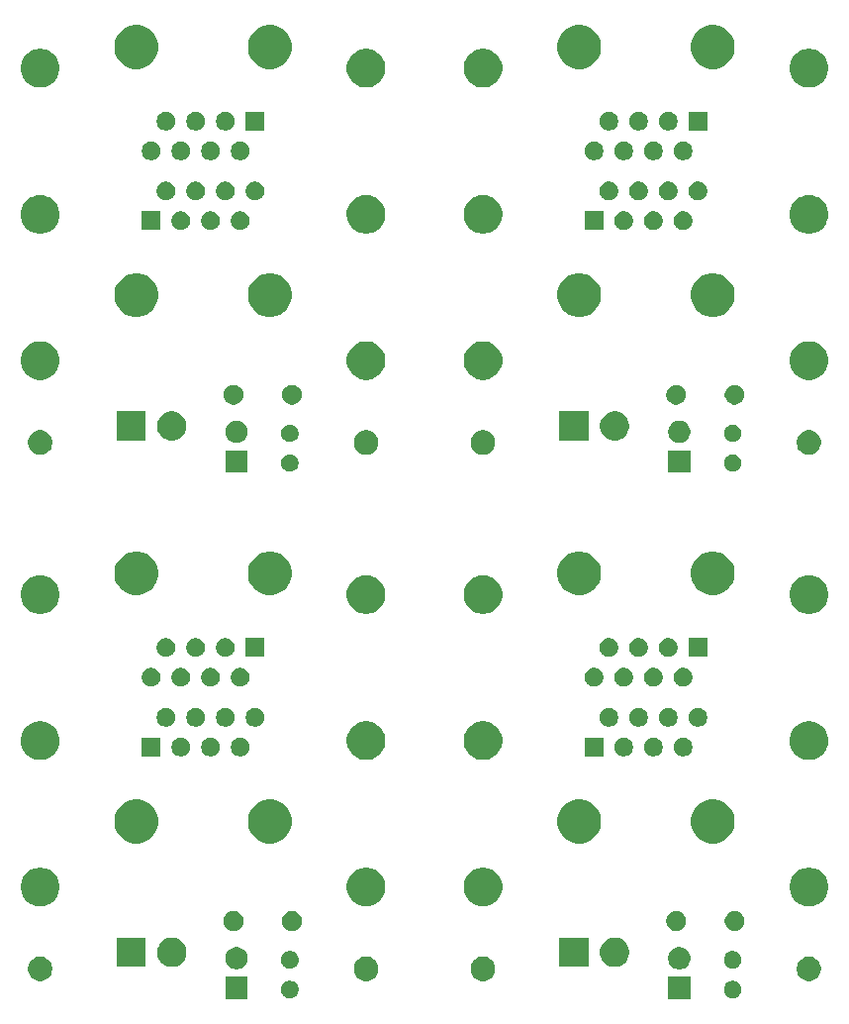
<source format=gbr>
G04 #@! TF.GenerationSoftware,KiCad,Pcbnew,5.1.5+dfsg1-2build2*
G04 #@! TF.CreationDate,2021-07-15T16:03:10-05:00*
G04 #@! TF.ProjectId,,58585858-5858-4585-9858-585858585858,rev?*
G04 #@! TF.SameCoordinates,Original*
G04 #@! TF.FileFunction,Soldermask,Bot*
G04 #@! TF.FilePolarity,Negative*
%FSLAX46Y46*%
G04 Gerber Fmt 4.6, Leading zero omitted, Abs format (unit mm)*
G04 Created by KiCad (PCBNEW 5.1.5+dfsg1-2build2) date 2021-07-15 16:03:10*
%MOMM*%
%LPD*%
G04 APERTURE LIST*
%ADD10C,0.100000*%
G04 APERTURE END LIST*
D10*
G36*
X151236000Y-147170000D02*
G01*
X149334000Y-147170000D01*
X149334000Y-145268000D01*
X151236000Y-145268000D01*
X151236000Y-147170000D01*
G37*
G36*
X113346000Y-147170000D02*
G01*
X111444000Y-147170000D01*
X111444000Y-145268000D01*
X113346000Y-145268000D01*
X113346000Y-147170000D01*
G37*
G36*
X155076059Y-145623860D02*
G01*
X155212732Y-145680472D01*
X155335735Y-145762660D01*
X155440340Y-145867265D01*
X155522528Y-145990268D01*
X155579140Y-146126941D01*
X155608000Y-146272033D01*
X155608000Y-146419967D01*
X155579140Y-146565059D01*
X155522528Y-146701732D01*
X155440340Y-146824735D01*
X155335735Y-146929340D01*
X155212732Y-147011528D01*
X155212731Y-147011529D01*
X155212730Y-147011529D01*
X155076059Y-147068140D01*
X154930968Y-147097000D01*
X154783032Y-147097000D01*
X154637941Y-147068140D01*
X154501270Y-147011529D01*
X154501269Y-147011529D01*
X154501268Y-147011528D01*
X154378265Y-146929340D01*
X154273660Y-146824735D01*
X154191472Y-146701732D01*
X154134860Y-146565059D01*
X154106000Y-146419967D01*
X154106000Y-146272033D01*
X154134860Y-146126941D01*
X154191472Y-145990268D01*
X154273660Y-145867265D01*
X154378265Y-145762660D01*
X154501268Y-145680472D01*
X154637941Y-145623860D01*
X154783032Y-145595000D01*
X154930968Y-145595000D01*
X155076059Y-145623860D01*
G37*
G36*
X117186059Y-145623860D02*
G01*
X117322732Y-145680472D01*
X117445735Y-145762660D01*
X117550340Y-145867265D01*
X117632528Y-145990268D01*
X117689140Y-146126941D01*
X117718000Y-146272033D01*
X117718000Y-146419967D01*
X117689140Y-146565059D01*
X117632528Y-146701732D01*
X117550340Y-146824735D01*
X117445735Y-146929340D01*
X117322732Y-147011528D01*
X117322731Y-147011529D01*
X117322730Y-147011529D01*
X117186059Y-147068140D01*
X117040968Y-147097000D01*
X116893032Y-147097000D01*
X116747941Y-147068140D01*
X116611270Y-147011529D01*
X116611269Y-147011529D01*
X116611268Y-147011528D01*
X116488265Y-146929340D01*
X116383660Y-146824735D01*
X116301472Y-146701732D01*
X116244860Y-146565059D01*
X116216000Y-146419967D01*
X116216000Y-146272033D01*
X116244860Y-146126941D01*
X116301472Y-145990268D01*
X116383660Y-145867265D01*
X116488265Y-145762660D01*
X116611268Y-145680472D01*
X116747941Y-145623860D01*
X116893032Y-145595000D01*
X117040968Y-145595000D01*
X117186059Y-145623860D01*
G37*
G36*
X133798416Y-143571879D02*
G01*
X133989592Y-143651067D01*
X133989594Y-143651068D01*
X134161648Y-143766031D01*
X134307969Y-143912352D01*
X134383278Y-144025059D01*
X134422933Y-144084408D01*
X134502121Y-144275584D01*
X134542490Y-144478534D01*
X134542490Y-144685466D01*
X134502121Y-144888416D01*
X134422933Y-145079592D01*
X134422932Y-145079594D01*
X134307969Y-145251648D01*
X134161648Y-145397969D01*
X133989594Y-145512932D01*
X133989593Y-145512933D01*
X133989592Y-145512933D01*
X133798416Y-145592121D01*
X133595466Y-145632490D01*
X133388534Y-145632490D01*
X133185584Y-145592121D01*
X132994408Y-145512933D01*
X132994407Y-145512933D01*
X132994406Y-145512932D01*
X132822352Y-145397969D01*
X132676031Y-145251648D01*
X132561068Y-145079594D01*
X132561067Y-145079592D01*
X132481879Y-144888416D01*
X132441510Y-144685466D01*
X132441510Y-144478534D01*
X132481879Y-144275584D01*
X132561067Y-144084408D01*
X132600723Y-144025059D01*
X132676031Y-143912352D01*
X132822352Y-143766031D01*
X132994406Y-143651068D01*
X132994408Y-143651067D01*
X133185584Y-143571879D01*
X133388534Y-143531510D01*
X133595466Y-143531510D01*
X133798416Y-143571879D01*
G37*
G36*
X123798416Y-143571879D02*
G01*
X123989592Y-143651067D01*
X123989594Y-143651068D01*
X124161648Y-143766031D01*
X124307969Y-143912352D01*
X124383278Y-144025059D01*
X124422933Y-144084408D01*
X124502121Y-144275584D01*
X124542490Y-144478534D01*
X124542490Y-144685466D01*
X124502121Y-144888416D01*
X124422933Y-145079592D01*
X124422932Y-145079594D01*
X124307969Y-145251648D01*
X124161648Y-145397969D01*
X123989594Y-145512932D01*
X123989593Y-145512933D01*
X123989592Y-145512933D01*
X123798416Y-145592121D01*
X123595466Y-145632490D01*
X123388534Y-145632490D01*
X123185584Y-145592121D01*
X122994408Y-145512933D01*
X122994407Y-145512933D01*
X122994406Y-145512932D01*
X122822352Y-145397969D01*
X122676031Y-145251648D01*
X122561068Y-145079594D01*
X122561067Y-145079592D01*
X122481879Y-144888416D01*
X122441510Y-144685466D01*
X122441510Y-144478534D01*
X122481879Y-144275584D01*
X122561067Y-144084408D01*
X122600723Y-144025059D01*
X122676031Y-143912352D01*
X122822352Y-143766031D01*
X122994406Y-143651068D01*
X122994408Y-143651067D01*
X123185584Y-143571879D01*
X123388534Y-143531510D01*
X123595466Y-143531510D01*
X123798416Y-143571879D01*
G37*
G36*
X95908416Y-143571879D02*
G01*
X96099592Y-143651067D01*
X96099594Y-143651068D01*
X96271648Y-143766031D01*
X96417969Y-143912352D01*
X96493278Y-144025059D01*
X96532933Y-144084408D01*
X96612121Y-144275584D01*
X96652490Y-144478534D01*
X96652490Y-144685466D01*
X96612121Y-144888416D01*
X96532933Y-145079592D01*
X96532932Y-145079594D01*
X96417969Y-145251648D01*
X96271648Y-145397969D01*
X96099594Y-145512932D01*
X96099593Y-145512933D01*
X96099592Y-145512933D01*
X95908416Y-145592121D01*
X95705466Y-145632490D01*
X95498534Y-145632490D01*
X95295584Y-145592121D01*
X95104408Y-145512933D01*
X95104407Y-145512933D01*
X95104406Y-145512932D01*
X94932352Y-145397969D01*
X94786031Y-145251648D01*
X94671068Y-145079594D01*
X94671067Y-145079592D01*
X94591879Y-144888416D01*
X94551510Y-144685466D01*
X94551510Y-144478534D01*
X94591879Y-144275584D01*
X94671067Y-144084408D01*
X94710723Y-144025059D01*
X94786031Y-143912352D01*
X94932352Y-143766031D01*
X95104406Y-143651068D01*
X95104408Y-143651067D01*
X95295584Y-143571879D01*
X95498534Y-143531510D01*
X95705466Y-143531510D01*
X95908416Y-143571879D01*
G37*
G36*
X161688416Y-143571879D02*
G01*
X161879592Y-143651067D01*
X161879594Y-143651068D01*
X162051648Y-143766031D01*
X162197969Y-143912352D01*
X162273278Y-144025059D01*
X162312933Y-144084408D01*
X162392121Y-144275584D01*
X162432490Y-144478534D01*
X162432490Y-144685466D01*
X162392121Y-144888416D01*
X162312933Y-145079592D01*
X162312932Y-145079594D01*
X162197969Y-145251648D01*
X162051648Y-145397969D01*
X161879594Y-145512932D01*
X161879593Y-145512933D01*
X161879592Y-145512933D01*
X161688416Y-145592121D01*
X161485466Y-145632490D01*
X161278534Y-145632490D01*
X161075584Y-145592121D01*
X160884408Y-145512933D01*
X160884407Y-145512933D01*
X160884406Y-145512932D01*
X160712352Y-145397969D01*
X160566031Y-145251648D01*
X160451068Y-145079594D01*
X160451067Y-145079592D01*
X160371879Y-144888416D01*
X160331510Y-144685466D01*
X160331510Y-144478534D01*
X160371879Y-144275584D01*
X160451067Y-144084408D01*
X160490723Y-144025059D01*
X160566031Y-143912352D01*
X160712352Y-143766031D01*
X160884406Y-143651068D01*
X160884408Y-143651067D01*
X161075584Y-143571879D01*
X161278534Y-143531510D01*
X161485466Y-143531510D01*
X161688416Y-143571879D01*
G37*
G36*
X112672395Y-142764546D02*
G01*
X112845466Y-142836234D01*
X112845467Y-142836235D01*
X113001227Y-142940310D01*
X113133690Y-143072773D01*
X113133691Y-143072775D01*
X113237766Y-143228534D01*
X113309454Y-143401605D01*
X113346000Y-143585333D01*
X113346000Y-143772667D01*
X113309454Y-143956395D01*
X113237766Y-144129466D01*
X113186081Y-144206818D01*
X113133690Y-144285227D01*
X113001227Y-144417690D01*
X112922818Y-144470081D01*
X112845466Y-144521766D01*
X112672395Y-144593454D01*
X112488667Y-144630000D01*
X112301333Y-144630000D01*
X112117605Y-144593454D01*
X111944534Y-144521766D01*
X111867182Y-144470081D01*
X111788773Y-144417690D01*
X111656310Y-144285227D01*
X111603919Y-144206818D01*
X111552234Y-144129466D01*
X111480546Y-143956395D01*
X111444000Y-143772667D01*
X111444000Y-143585333D01*
X111480546Y-143401605D01*
X111552234Y-143228534D01*
X111656309Y-143072775D01*
X111656310Y-143072773D01*
X111788773Y-142940310D01*
X111944533Y-142836235D01*
X111944534Y-142836234D01*
X112117605Y-142764546D01*
X112301333Y-142728000D01*
X112488667Y-142728000D01*
X112672395Y-142764546D01*
G37*
G36*
X150562395Y-142764546D02*
G01*
X150735466Y-142836234D01*
X150735467Y-142836235D01*
X150891227Y-142940310D01*
X151023690Y-143072773D01*
X151023691Y-143072775D01*
X151127766Y-143228534D01*
X151199454Y-143401605D01*
X151236000Y-143585333D01*
X151236000Y-143772667D01*
X151199454Y-143956395D01*
X151127766Y-144129466D01*
X151076081Y-144206818D01*
X151023690Y-144285227D01*
X150891227Y-144417690D01*
X150812818Y-144470081D01*
X150735466Y-144521766D01*
X150562395Y-144593454D01*
X150378667Y-144630000D01*
X150191333Y-144630000D01*
X150007605Y-144593454D01*
X149834534Y-144521766D01*
X149757182Y-144470081D01*
X149678773Y-144417690D01*
X149546310Y-144285227D01*
X149493919Y-144206818D01*
X149442234Y-144129466D01*
X149370546Y-143956395D01*
X149334000Y-143772667D01*
X149334000Y-143585333D01*
X149370546Y-143401605D01*
X149442234Y-143228534D01*
X149546309Y-143072775D01*
X149546310Y-143072773D01*
X149678773Y-142940310D01*
X149834533Y-142836235D01*
X149834534Y-142836234D01*
X150007605Y-142764546D01*
X150191333Y-142728000D01*
X150378667Y-142728000D01*
X150562395Y-142764546D01*
G37*
G36*
X155020320Y-143072773D02*
G01*
X155076059Y-143083860D01*
X155212732Y-143140472D01*
X155335735Y-143222660D01*
X155440340Y-143327265D01*
X155490012Y-143401605D01*
X155522529Y-143450270D01*
X155579140Y-143586941D01*
X155608000Y-143732032D01*
X155608000Y-143879968D01*
X155592798Y-143956395D01*
X155579140Y-144025059D01*
X155522528Y-144161732D01*
X155440340Y-144284735D01*
X155335735Y-144389340D01*
X155212732Y-144471528D01*
X155212731Y-144471529D01*
X155212730Y-144471529D01*
X155076059Y-144528140D01*
X154930968Y-144557000D01*
X154783032Y-144557000D01*
X154637941Y-144528140D01*
X154501270Y-144471529D01*
X154501269Y-144471529D01*
X154501268Y-144471528D01*
X154378265Y-144389340D01*
X154273660Y-144284735D01*
X154191472Y-144161732D01*
X154134860Y-144025059D01*
X154121202Y-143956395D01*
X154106000Y-143879968D01*
X154106000Y-143732032D01*
X154134860Y-143586941D01*
X154191471Y-143450270D01*
X154223988Y-143401605D01*
X154273660Y-143327265D01*
X154378265Y-143222660D01*
X154501268Y-143140472D01*
X154637941Y-143083860D01*
X154693680Y-143072773D01*
X154783032Y-143055000D01*
X154930968Y-143055000D01*
X155020320Y-143072773D01*
G37*
G36*
X117130320Y-143072773D02*
G01*
X117186059Y-143083860D01*
X117322732Y-143140472D01*
X117445735Y-143222660D01*
X117550340Y-143327265D01*
X117600012Y-143401605D01*
X117632529Y-143450270D01*
X117689140Y-143586941D01*
X117718000Y-143732032D01*
X117718000Y-143879968D01*
X117702798Y-143956395D01*
X117689140Y-144025059D01*
X117632528Y-144161732D01*
X117550340Y-144284735D01*
X117445735Y-144389340D01*
X117322732Y-144471528D01*
X117322731Y-144471529D01*
X117322730Y-144471529D01*
X117186059Y-144528140D01*
X117040968Y-144557000D01*
X116893032Y-144557000D01*
X116747941Y-144528140D01*
X116611270Y-144471529D01*
X116611269Y-144471529D01*
X116611268Y-144471528D01*
X116488265Y-144389340D01*
X116383660Y-144284735D01*
X116301472Y-144161732D01*
X116244860Y-144025059D01*
X116231202Y-143956395D01*
X116216000Y-143879968D01*
X116216000Y-143732032D01*
X116244860Y-143586941D01*
X116301471Y-143450270D01*
X116333988Y-143401605D01*
X116383660Y-143327265D01*
X116488265Y-143222660D01*
X116611268Y-143140472D01*
X116747941Y-143083860D01*
X116803680Y-143072773D01*
X116893032Y-143055000D01*
X117040968Y-143055000D01*
X117130320Y-143072773D01*
G37*
G36*
X107242903Y-141968075D02*
G01*
X107470571Y-142062378D01*
X107675466Y-142199285D01*
X107849715Y-142373534D01*
X107849716Y-142373536D01*
X107986623Y-142578431D01*
X108080925Y-142806097D01*
X108129000Y-143047786D01*
X108129000Y-143294214D01*
X108080925Y-143535903D01*
X107999686Y-143732033D01*
X107986622Y-143763571D01*
X107849715Y-143968466D01*
X107675466Y-144142715D01*
X107470571Y-144279622D01*
X107470570Y-144279623D01*
X107470569Y-144279623D01*
X107242903Y-144373925D01*
X107001214Y-144422000D01*
X106754786Y-144422000D01*
X106513097Y-144373925D01*
X106285431Y-144279623D01*
X106285430Y-144279623D01*
X106285429Y-144279622D01*
X106080534Y-144142715D01*
X105906285Y-143968466D01*
X105769378Y-143763571D01*
X105756315Y-143732033D01*
X105675075Y-143535903D01*
X105627000Y-143294214D01*
X105627000Y-143047786D01*
X105675075Y-142806097D01*
X105769377Y-142578431D01*
X105906284Y-142373536D01*
X105906285Y-142373534D01*
X106080534Y-142199285D01*
X106285429Y-142062378D01*
X106513097Y-141968075D01*
X106754786Y-141920000D01*
X107001214Y-141920000D01*
X107242903Y-141968075D01*
G37*
G36*
X104629000Y-144422000D02*
G01*
X102127000Y-144422000D01*
X102127000Y-141920000D01*
X104629000Y-141920000D01*
X104629000Y-144422000D01*
G37*
G36*
X145132903Y-141968075D02*
G01*
X145360571Y-142062378D01*
X145565466Y-142199285D01*
X145739715Y-142373534D01*
X145739716Y-142373536D01*
X145876623Y-142578431D01*
X145970925Y-142806097D01*
X146019000Y-143047786D01*
X146019000Y-143294214D01*
X145970925Y-143535903D01*
X145889686Y-143732033D01*
X145876622Y-143763571D01*
X145739715Y-143968466D01*
X145565466Y-144142715D01*
X145360571Y-144279622D01*
X145360570Y-144279623D01*
X145360569Y-144279623D01*
X145132903Y-144373925D01*
X144891214Y-144422000D01*
X144644786Y-144422000D01*
X144403097Y-144373925D01*
X144175431Y-144279623D01*
X144175430Y-144279623D01*
X144175429Y-144279622D01*
X143970534Y-144142715D01*
X143796285Y-143968466D01*
X143659378Y-143763571D01*
X143646315Y-143732033D01*
X143565075Y-143535903D01*
X143517000Y-143294214D01*
X143517000Y-143047786D01*
X143565075Y-142806097D01*
X143659377Y-142578431D01*
X143796284Y-142373536D01*
X143796285Y-142373534D01*
X143970534Y-142199285D01*
X144175429Y-142062378D01*
X144403097Y-141968075D01*
X144644786Y-141920000D01*
X144891214Y-141920000D01*
X145132903Y-141968075D01*
G37*
G36*
X142519000Y-144422000D02*
G01*
X140017000Y-144422000D01*
X140017000Y-141920000D01*
X142519000Y-141920000D01*
X142519000Y-144422000D01*
G37*
G36*
X150279228Y-139685703D02*
G01*
X150434100Y-139749853D01*
X150573481Y-139842985D01*
X150692015Y-139961519D01*
X150785147Y-140100900D01*
X150849297Y-140255772D01*
X150882000Y-140420184D01*
X150882000Y-140587816D01*
X150849297Y-140752228D01*
X150785147Y-140907100D01*
X150692015Y-141046481D01*
X150573481Y-141165015D01*
X150434100Y-141258147D01*
X150279228Y-141322297D01*
X150114816Y-141355000D01*
X149947184Y-141355000D01*
X149782772Y-141322297D01*
X149627900Y-141258147D01*
X149488519Y-141165015D01*
X149369985Y-141046481D01*
X149276853Y-140907100D01*
X149212703Y-140752228D01*
X149180000Y-140587816D01*
X149180000Y-140420184D01*
X149212703Y-140255772D01*
X149276853Y-140100900D01*
X149369985Y-139961519D01*
X149488519Y-139842985D01*
X149627900Y-139749853D01*
X149782772Y-139685703D01*
X149947184Y-139653000D01*
X150114816Y-139653000D01*
X150279228Y-139685703D01*
G37*
G36*
X117389228Y-139685703D02*
G01*
X117544100Y-139749853D01*
X117683481Y-139842985D01*
X117802015Y-139961519D01*
X117895147Y-140100900D01*
X117959297Y-140255772D01*
X117992000Y-140420184D01*
X117992000Y-140587816D01*
X117959297Y-140752228D01*
X117895147Y-140907100D01*
X117802015Y-141046481D01*
X117683481Y-141165015D01*
X117544100Y-141258147D01*
X117389228Y-141322297D01*
X117224816Y-141355000D01*
X117057184Y-141355000D01*
X116892772Y-141322297D01*
X116737900Y-141258147D01*
X116598519Y-141165015D01*
X116479985Y-141046481D01*
X116386853Y-140907100D01*
X116322703Y-140752228D01*
X116290000Y-140587816D01*
X116290000Y-140420184D01*
X116322703Y-140255772D01*
X116386853Y-140100900D01*
X116479985Y-139961519D01*
X116598519Y-139842985D01*
X116737900Y-139749853D01*
X116892772Y-139685703D01*
X117057184Y-139653000D01*
X117224816Y-139653000D01*
X117389228Y-139685703D01*
G37*
G36*
X112389228Y-139685703D02*
G01*
X112544100Y-139749853D01*
X112683481Y-139842985D01*
X112802015Y-139961519D01*
X112895147Y-140100900D01*
X112959297Y-140255772D01*
X112992000Y-140420184D01*
X112992000Y-140587816D01*
X112959297Y-140752228D01*
X112895147Y-140907100D01*
X112802015Y-141046481D01*
X112683481Y-141165015D01*
X112544100Y-141258147D01*
X112389228Y-141322297D01*
X112224816Y-141355000D01*
X112057184Y-141355000D01*
X111892772Y-141322297D01*
X111737900Y-141258147D01*
X111598519Y-141165015D01*
X111479985Y-141046481D01*
X111386853Y-140907100D01*
X111322703Y-140752228D01*
X111290000Y-140587816D01*
X111290000Y-140420184D01*
X111322703Y-140255772D01*
X111386853Y-140100900D01*
X111479985Y-139961519D01*
X111598519Y-139842985D01*
X111737900Y-139749853D01*
X111892772Y-139685703D01*
X112057184Y-139653000D01*
X112224816Y-139653000D01*
X112389228Y-139685703D01*
G37*
G36*
X155279228Y-139685703D02*
G01*
X155434100Y-139749853D01*
X155573481Y-139842985D01*
X155692015Y-139961519D01*
X155785147Y-140100900D01*
X155849297Y-140255772D01*
X155882000Y-140420184D01*
X155882000Y-140587816D01*
X155849297Y-140752228D01*
X155785147Y-140907100D01*
X155692015Y-141046481D01*
X155573481Y-141165015D01*
X155434100Y-141258147D01*
X155279228Y-141322297D01*
X155114816Y-141355000D01*
X154947184Y-141355000D01*
X154782772Y-141322297D01*
X154627900Y-141258147D01*
X154488519Y-141165015D01*
X154369985Y-141046481D01*
X154276853Y-140907100D01*
X154212703Y-140752228D01*
X154180000Y-140587816D01*
X154180000Y-140420184D01*
X154212703Y-140255772D01*
X154276853Y-140100900D01*
X154369985Y-139961519D01*
X154488519Y-139842985D01*
X154627900Y-139749853D01*
X154782772Y-139685703D01*
X154947184Y-139653000D01*
X155114816Y-139653000D01*
X155279228Y-139685703D01*
G37*
G36*
X161757256Y-135973298D02*
G01*
X161863579Y-135994447D01*
X162164042Y-136118903D01*
X162434451Y-136299585D01*
X162664415Y-136529549D01*
X162845097Y-136799958D01*
X162969553Y-137100421D01*
X163033000Y-137419391D01*
X163033000Y-137744609D01*
X162969553Y-138063579D01*
X162845097Y-138364042D01*
X162664415Y-138634451D01*
X162434451Y-138864415D01*
X162164042Y-139045097D01*
X161863579Y-139169553D01*
X161757256Y-139190702D01*
X161544611Y-139233000D01*
X161219389Y-139233000D01*
X161006744Y-139190702D01*
X160900421Y-139169553D01*
X160599958Y-139045097D01*
X160329549Y-138864415D01*
X160099585Y-138634451D01*
X159918903Y-138364042D01*
X159794447Y-138063579D01*
X159731000Y-137744609D01*
X159731000Y-137419391D01*
X159794447Y-137100421D01*
X159918903Y-136799958D01*
X160099585Y-136529549D01*
X160329549Y-136299585D01*
X160599958Y-136118903D01*
X160900421Y-135994447D01*
X161006744Y-135973298D01*
X161219389Y-135931000D01*
X161544611Y-135931000D01*
X161757256Y-135973298D01*
G37*
G36*
X95977256Y-135973298D02*
G01*
X96083579Y-135994447D01*
X96384042Y-136118903D01*
X96654451Y-136299585D01*
X96884415Y-136529549D01*
X97065097Y-136799958D01*
X97189553Y-137100421D01*
X97253000Y-137419391D01*
X97253000Y-137744609D01*
X97189553Y-138063579D01*
X97065097Y-138364042D01*
X96884415Y-138634451D01*
X96654451Y-138864415D01*
X96384042Y-139045097D01*
X96083579Y-139169553D01*
X95977256Y-139190702D01*
X95764611Y-139233000D01*
X95439389Y-139233000D01*
X95226744Y-139190702D01*
X95120421Y-139169553D01*
X94819958Y-139045097D01*
X94549549Y-138864415D01*
X94319585Y-138634451D01*
X94138903Y-138364042D01*
X94014447Y-138063579D01*
X93951000Y-137744609D01*
X93951000Y-137419391D01*
X94014447Y-137100421D01*
X94138903Y-136799958D01*
X94319585Y-136529549D01*
X94549549Y-136299585D01*
X94819958Y-136118903D01*
X95120421Y-135994447D01*
X95226744Y-135973298D01*
X95439389Y-135931000D01*
X95764611Y-135931000D01*
X95977256Y-135973298D01*
G37*
G36*
X133867256Y-135973298D02*
G01*
X133973579Y-135994447D01*
X134274042Y-136118903D01*
X134544451Y-136299585D01*
X134774415Y-136529549D01*
X134955097Y-136799958D01*
X135079553Y-137100421D01*
X135143000Y-137419391D01*
X135143000Y-137744609D01*
X135079553Y-138063579D01*
X134955097Y-138364042D01*
X134774415Y-138634451D01*
X134544451Y-138864415D01*
X134274042Y-139045097D01*
X133973579Y-139169553D01*
X133867256Y-139190702D01*
X133654611Y-139233000D01*
X133329389Y-139233000D01*
X133116744Y-139190702D01*
X133010421Y-139169553D01*
X132709958Y-139045097D01*
X132439549Y-138864415D01*
X132209585Y-138634451D01*
X132028903Y-138364042D01*
X131904447Y-138063579D01*
X131841000Y-137744609D01*
X131841000Y-137419391D01*
X131904447Y-137100421D01*
X132028903Y-136799958D01*
X132209585Y-136529549D01*
X132439549Y-136299585D01*
X132709958Y-136118903D01*
X133010421Y-135994447D01*
X133116744Y-135973298D01*
X133329389Y-135931000D01*
X133654611Y-135931000D01*
X133867256Y-135973298D01*
G37*
G36*
X123867256Y-135973298D02*
G01*
X123973579Y-135994447D01*
X124274042Y-136118903D01*
X124544451Y-136299585D01*
X124774415Y-136529549D01*
X124955097Y-136799958D01*
X125079553Y-137100421D01*
X125143000Y-137419391D01*
X125143000Y-137744609D01*
X125079553Y-138063579D01*
X124955097Y-138364042D01*
X124774415Y-138634451D01*
X124544451Y-138864415D01*
X124274042Y-139045097D01*
X123973579Y-139169553D01*
X123867256Y-139190702D01*
X123654611Y-139233000D01*
X123329389Y-139233000D01*
X123116744Y-139190702D01*
X123010421Y-139169553D01*
X122709958Y-139045097D01*
X122439549Y-138864415D01*
X122209585Y-138634451D01*
X122028903Y-138364042D01*
X121904447Y-138063579D01*
X121841000Y-137744609D01*
X121841000Y-137419391D01*
X121904447Y-137100421D01*
X122028903Y-136799958D01*
X122209585Y-136529549D01*
X122439549Y-136299585D01*
X122709958Y-136118903D01*
X123010421Y-135994447D01*
X123116744Y-135973298D01*
X123329389Y-135931000D01*
X123654611Y-135931000D01*
X123867256Y-135973298D01*
G37*
G36*
X115809208Y-130175093D02*
G01*
X116150617Y-130316510D01*
X116150619Y-130316511D01*
X116457880Y-130521816D01*
X116719184Y-130783120D01*
X116924490Y-131090383D01*
X117065907Y-131431792D01*
X117138000Y-131794229D01*
X117138000Y-132163771D01*
X117065907Y-132526208D01*
X116924490Y-132867617D01*
X116924489Y-132867619D01*
X116719184Y-133174880D01*
X116457880Y-133436184D01*
X116150619Y-133641489D01*
X116150618Y-133641490D01*
X116150617Y-133641490D01*
X115809208Y-133782907D01*
X115446771Y-133855000D01*
X115077229Y-133855000D01*
X114714792Y-133782907D01*
X114373383Y-133641490D01*
X114373382Y-133641490D01*
X114373381Y-133641489D01*
X114066120Y-133436184D01*
X113804816Y-133174880D01*
X113599511Y-132867619D01*
X113599510Y-132867617D01*
X113458093Y-132526208D01*
X113386000Y-132163771D01*
X113386000Y-131794229D01*
X113458093Y-131431792D01*
X113599510Y-131090383D01*
X113804816Y-130783120D01*
X114066120Y-130521816D01*
X114373381Y-130316511D01*
X114373383Y-130316510D01*
X114714792Y-130175093D01*
X115077229Y-130103000D01*
X115446771Y-130103000D01*
X115809208Y-130175093D01*
G37*
G36*
X142269208Y-130175093D02*
G01*
X142610617Y-130316510D01*
X142610619Y-130316511D01*
X142917880Y-130521816D01*
X143179184Y-130783120D01*
X143384490Y-131090383D01*
X143525907Y-131431792D01*
X143598000Y-131794229D01*
X143598000Y-132163771D01*
X143525907Y-132526208D01*
X143384490Y-132867617D01*
X143384489Y-132867619D01*
X143179184Y-133174880D01*
X142917880Y-133436184D01*
X142610619Y-133641489D01*
X142610618Y-133641490D01*
X142610617Y-133641490D01*
X142269208Y-133782907D01*
X141906771Y-133855000D01*
X141537229Y-133855000D01*
X141174792Y-133782907D01*
X140833383Y-133641490D01*
X140833382Y-133641490D01*
X140833381Y-133641489D01*
X140526120Y-133436184D01*
X140264816Y-133174880D01*
X140059511Y-132867619D01*
X140059510Y-132867617D01*
X139918093Y-132526208D01*
X139846000Y-132163771D01*
X139846000Y-131794229D01*
X139918093Y-131431792D01*
X140059510Y-131090383D01*
X140264816Y-130783120D01*
X140526120Y-130521816D01*
X140833381Y-130316511D01*
X140833383Y-130316510D01*
X141174792Y-130175093D01*
X141537229Y-130103000D01*
X141906771Y-130103000D01*
X142269208Y-130175093D01*
G37*
G36*
X153699208Y-130175093D02*
G01*
X154040617Y-130316510D01*
X154040619Y-130316511D01*
X154347880Y-130521816D01*
X154609184Y-130783120D01*
X154814490Y-131090383D01*
X154955907Y-131431792D01*
X155028000Y-131794229D01*
X155028000Y-132163771D01*
X154955907Y-132526208D01*
X154814490Y-132867617D01*
X154814489Y-132867619D01*
X154609184Y-133174880D01*
X154347880Y-133436184D01*
X154040619Y-133641489D01*
X154040618Y-133641490D01*
X154040617Y-133641490D01*
X153699208Y-133782907D01*
X153336771Y-133855000D01*
X152967229Y-133855000D01*
X152604792Y-133782907D01*
X152263383Y-133641490D01*
X152263382Y-133641490D01*
X152263381Y-133641489D01*
X151956120Y-133436184D01*
X151694816Y-133174880D01*
X151489511Y-132867619D01*
X151489510Y-132867617D01*
X151348093Y-132526208D01*
X151276000Y-132163771D01*
X151276000Y-131794229D01*
X151348093Y-131431792D01*
X151489510Y-131090383D01*
X151694816Y-130783120D01*
X151956120Y-130521816D01*
X152263381Y-130316511D01*
X152263383Y-130316510D01*
X152604792Y-130175093D01*
X152967229Y-130103000D01*
X153336771Y-130103000D01*
X153699208Y-130175093D01*
G37*
G36*
X104379208Y-130175093D02*
G01*
X104720617Y-130316510D01*
X104720619Y-130316511D01*
X105027880Y-130521816D01*
X105289184Y-130783120D01*
X105494490Y-131090383D01*
X105635907Y-131431792D01*
X105708000Y-131794229D01*
X105708000Y-132163771D01*
X105635907Y-132526208D01*
X105494490Y-132867617D01*
X105494489Y-132867619D01*
X105289184Y-133174880D01*
X105027880Y-133436184D01*
X104720619Y-133641489D01*
X104720618Y-133641490D01*
X104720617Y-133641490D01*
X104379208Y-133782907D01*
X104016771Y-133855000D01*
X103647229Y-133855000D01*
X103284792Y-133782907D01*
X102943383Y-133641490D01*
X102943382Y-133641490D01*
X102943381Y-133641489D01*
X102636120Y-133436184D01*
X102374816Y-133174880D01*
X102169511Y-132867619D01*
X102169510Y-132867617D01*
X102028093Y-132526208D01*
X101956000Y-132163771D01*
X101956000Y-131794229D01*
X102028093Y-131431792D01*
X102169510Y-131090383D01*
X102374816Y-130783120D01*
X102636120Y-130521816D01*
X102943381Y-130316511D01*
X102943383Y-130316510D01*
X103284792Y-130175093D01*
X103647229Y-130103000D01*
X104016771Y-130103000D01*
X104379208Y-130175093D01*
G37*
G36*
X133842702Y-123468414D02*
G01*
X133973579Y-123494447D01*
X134186037Y-123582450D01*
X134227458Y-123599607D01*
X134274042Y-123618903D01*
X134544451Y-123799585D01*
X134774415Y-124029549D01*
X134774416Y-124029551D01*
X134955098Y-124299960D01*
X135079553Y-124600422D01*
X135143000Y-124919389D01*
X135143000Y-125244611D01*
X135113014Y-125395358D01*
X135079553Y-125563579D01*
X135019776Y-125707893D01*
X134955677Y-125862643D01*
X134955097Y-125864042D01*
X134774415Y-126134451D01*
X134544451Y-126364415D01*
X134274042Y-126545097D01*
X133973579Y-126669553D01*
X133867256Y-126690702D01*
X133654611Y-126733000D01*
X133329389Y-126733000D01*
X133116744Y-126690702D01*
X133010421Y-126669553D01*
X132709958Y-126545097D01*
X132439549Y-126364415D01*
X132209585Y-126134451D01*
X132028903Y-125864042D01*
X132028324Y-125862643D01*
X131964224Y-125707893D01*
X131904447Y-125563579D01*
X131870986Y-125395358D01*
X131841000Y-125244611D01*
X131841000Y-124919389D01*
X131904447Y-124600422D01*
X132028902Y-124299960D01*
X132209584Y-124029551D01*
X132209585Y-124029549D01*
X132439549Y-123799585D01*
X132709958Y-123618903D01*
X132756543Y-123599607D01*
X132797963Y-123582450D01*
X133010421Y-123494447D01*
X133141298Y-123468414D01*
X133329389Y-123431000D01*
X133654611Y-123431000D01*
X133842702Y-123468414D01*
G37*
G36*
X161732702Y-123468414D02*
G01*
X161863579Y-123494447D01*
X162076037Y-123582450D01*
X162117458Y-123599607D01*
X162164042Y-123618903D01*
X162434451Y-123799585D01*
X162664415Y-124029549D01*
X162664416Y-124029551D01*
X162845098Y-124299960D01*
X162969553Y-124600422D01*
X163033000Y-124919389D01*
X163033000Y-125244611D01*
X163003014Y-125395358D01*
X162969553Y-125563579D01*
X162909776Y-125707893D01*
X162845677Y-125862643D01*
X162845097Y-125864042D01*
X162664415Y-126134451D01*
X162434451Y-126364415D01*
X162164042Y-126545097D01*
X161863579Y-126669553D01*
X161757256Y-126690702D01*
X161544611Y-126733000D01*
X161219389Y-126733000D01*
X161006744Y-126690702D01*
X160900421Y-126669553D01*
X160599958Y-126545097D01*
X160329549Y-126364415D01*
X160099585Y-126134451D01*
X159918903Y-125864042D01*
X159918324Y-125862643D01*
X159854224Y-125707893D01*
X159794447Y-125563579D01*
X159760986Y-125395358D01*
X159731000Y-125244611D01*
X159731000Y-124919389D01*
X159794447Y-124600422D01*
X159918902Y-124299960D01*
X160099584Y-124029551D01*
X160099585Y-124029549D01*
X160329549Y-123799585D01*
X160599958Y-123618903D01*
X160646543Y-123599607D01*
X160687963Y-123582450D01*
X160900421Y-123494447D01*
X161031298Y-123468414D01*
X161219389Y-123431000D01*
X161544611Y-123431000D01*
X161732702Y-123468414D01*
G37*
G36*
X123842702Y-123468414D02*
G01*
X123973579Y-123494447D01*
X124186037Y-123582450D01*
X124227458Y-123599607D01*
X124274042Y-123618903D01*
X124544451Y-123799585D01*
X124774415Y-124029549D01*
X124774416Y-124029551D01*
X124955098Y-124299960D01*
X125079553Y-124600422D01*
X125143000Y-124919389D01*
X125143000Y-125244611D01*
X125113014Y-125395358D01*
X125079553Y-125563579D01*
X125019776Y-125707893D01*
X124955677Y-125862643D01*
X124955097Y-125864042D01*
X124774415Y-126134451D01*
X124544451Y-126364415D01*
X124274042Y-126545097D01*
X123973579Y-126669553D01*
X123867256Y-126690702D01*
X123654611Y-126733000D01*
X123329389Y-126733000D01*
X123116744Y-126690702D01*
X123010421Y-126669553D01*
X122709958Y-126545097D01*
X122439549Y-126364415D01*
X122209585Y-126134451D01*
X122028903Y-125864042D01*
X122028324Y-125862643D01*
X121964224Y-125707893D01*
X121904447Y-125563579D01*
X121870986Y-125395358D01*
X121841000Y-125244611D01*
X121841000Y-124919389D01*
X121904447Y-124600422D01*
X122028902Y-124299960D01*
X122209584Y-124029551D01*
X122209585Y-124029549D01*
X122439549Y-123799585D01*
X122709958Y-123618903D01*
X122756543Y-123599607D01*
X122797963Y-123582450D01*
X123010421Y-123494447D01*
X123141298Y-123468414D01*
X123329389Y-123431000D01*
X123654611Y-123431000D01*
X123842702Y-123468414D01*
G37*
G36*
X95952702Y-123468414D02*
G01*
X96083579Y-123494447D01*
X96296037Y-123582450D01*
X96337458Y-123599607D01*
X96384042Y-123618903D01*
X96654451Y-123799585D01*
X96884415Y-124029549D01*
X96884416Y-124029551D01*
X97065098Y-124299960D01*
X97189553Y-124600422D01*
X97253000Y-124919389D01*
X97253000Y-125244611D01*
X97223014Y-125395358D01*
X97189553Y-125563579D01*
X97129776Y-125707893D01*
X97065677Y-125862643D01*
X97065097Y-125864042D01*
X96884415Y-126134451D01*
X96654451Y-126364415D01*
X96384042Y-126545097D01*
X96083579Y-126669553D01*
X95977256Y-126690702D01*
X95764611Y-126733000D01*
X95439389Y-126733000D01*
X95226744Y-126690702D01*
X95120421Y-126669553D01*
X94819958Y-126545097D01*
X94549549Y-126364415D01*
X94319585Y-126134451D01*
X94138903Y-125864042D01*
X94138324Y-125862643D01*
X94074224Y-125707893D01*
X94014447Y-125563579D01*
X93980986Y-125395358D01*
X93951000Y-125244611D01*
X93951000Y-124919389D01*
X94014447Y-124600422D01*
X94138902Y-124299960D01*
X94319584Y-124029551D01*
X94319585Y-124029549D01*
X94549549Y-123799585D01*
X94819958Y-123618903D01*
X94866543Y-123599607D01*
X94907963Y-123582450D01*
X95120421Y-123494447D01*
X95251298Y-123468414D01*
X95439389Y-123431000D01*
X95764611Y-123431000D01*
X95952702Y-123468414D01*
G37*
G36*
X112955642Y-124858781D02*
G01*
X113101414Y-124919162D01*
X113101416Y-124919163D01*
X113232608Y-125006822D01*
X113344178Y-125118392D01*
X113428514Y-125244611D01*
X113431838Y-125249586D01*
X113492219Y-125395358D01*
X113523000Y-125550107D01*
X113523000Y-125707893D01*
X113492219Y-125862642D01*
X113491639Y-125864042D01*
X113431837Y-126008416D01*
X113344178Y-126139608D01*
X113232608Y-126251178D01*
X113101416Y-126338837D01*
X113101415Y-126338838D01*
X113101414Y-126338838D01*
X112955642Y-126399219D01*
X112800893Y-126430000D01*
X112643107Y-126430000D01*
X112488358Y-126399219D01*
X112342586Y-126338838D01*
X112342585Y-126338838D01*
X112342584Y-126338837D01*
X112211392Y-126251178D01*
X112099822Y-126139608D01*
X112012163Y-126008416D01*
X111952361Y-125864042D01*
X111951781Y-125862642D01*
X111921000Y-125707893D01*
X111921000Y-125550107D01*
X111951781Y-125395358D01*
X112012162Y-125249586D01*
X112015486Y-125244611D01*
X112099822Y-125118392D01*
X112211392Y-125006822D01*
X112342584Y-124919163D01*
X112342586Y-124919162D01*
X112488358Y-124858781D01*
X112643107Y-124828000D01*
X112800893Y-124828000D01*
X112955642Y-124858781D01*
G37*
G36*
X150845642Y-124858781D02*
G01*
X150991414Y-124919162D01*
X150991416Y-124919163D01*
X151122608Y-125006822D01*
X151234178Y-125118392D01*
X151318514Y-125244611D01*
X151321838Y-125249586D01*
X151382219Y-125395358D01*
X151413000Y-125550107D01*
X151413000Y-125707893D01*
X151382219Y-125862642D01*
X151381639Y-125864042D01*
X151321837Y-126008416D01*
X151234178Y-126139608D01*
X151122608Y-126251178D01*
X150991416Y-126338837D01*
X150991415Y-126338838D01*
X150991414Y-126338838D01*
X150845642Y-126399219D01*
X150690893Y-126430000D01*
X150533107Y-126430000D01*
X150378358Y-126399219D01*
X150232586Y-126338838D01*
X150232585Y-126338838D01*
X150232584Y-126338837D01*
X150101392Y-126251178D01*
X149989822Y-126139608D01*
X149902163Y-126008416D01*
X149842361Y-125864042D01*
X149841781Y-125862642D01*
X149811000Y-125707893D01*
X149811000Y-125550107D01*
X149841781Y-125395358D01*
X149902162Y-125249586D01*
X149905486Y-125244611D01*
X149989822Y-125118392D01*
X150101392Y-125006822D01*
X150232584Y-124919163D01*
X150232586Y-124919162D01*
X150378358Y-124858781D01*
X150533107Y-124828000D01*
X150690893Y-124828000D01*
X150845642Y-124858781D01*
G37*
G36*
X148305642Y-124858781D02*
G01*
X148451414Y-124919162D01*
X148451416Y-124919163D01*
X148582608Y-125006822D01*
X148694178Y-125118392D01*
X148778514Y-125244611D01*
X148781838Y-125249586D01*
X148842219Y-125395358D01*
X148873000Y-125550107D01*
X148873000Y-125707893D01*
X148842219Y-125862642D01*
X148841639Y-125864042D01*
X148781837Y-126008416D01*
X148694178Y-126139608D01*
X148582608Y-126251178D01*
X148451416Y-126338837D01*
X148451415Y-126338838D01*
X148451414Y-126338838D01*
X148305642Y-126399219D01*
X148150893Y-126430000D01*
X147993107Y-126430000D01*
X147838358Y-126399219D01*
X147692586Y-126338838D01*
X147692585Y-126338838D01*
X147692584Y-126338837D01*
X147561392Y-126251178D01*
X147449822Y-126139608D01*
X147362163Y-126008416D01*
X147302361Y-125864042D01*
X147301781Y-125862642D01*
X147271000Y-125707893D01*
X147271000Y-125550107D01*
X147301781Y-125395358D01*
X147362162Y-125249586D01*
X147365486Y-125244611D01*
X147449822Y-125118392D01*
X147561392Y-125006822D01*
X147692584Y-124919163D01*
X147692586Y-124919162D01*
X147838358Y-124858781D01*
X147993107Y-124828000D01*
X148150893Y-124828000D01*
X148305642Y-124858781D01*
G37*
G36*
X143793000Y-126430000D02*
G01*
X142191000Y-126430000D01*
X142191000Y-124828000D01*
X143793000Y-124828000D01*
X143793000Y-126430000D01*
G37*
G36*
X110415642Y-124858781D02*
G01*
X110561414Y-124919162D01*
X110561416Y-124919163D01*
X110692608Y-125006822D01*
X110804178Y-125118392D01*
X110888514Y-125244611D01*
X110891838Y-125249586D01*
X110952219Y-125395358D01*
X110983000Y-125550107D01*
X110983000Y-125707893D01*
X110952219Y-125862642D01*
X110951639Y-125864042D01*
X110891837Y-126008416D01*
X110804178Y-126139608D01*
X110692608Y-126251178D01*
X110561416Y-126338837D01*
X110561415Y-126338838D01*
X110561414Y-126338838D01*
X110415642Y-126399219D01*
X110260893Y-126430000D01*
X110103107Y-126430000D01*
X109948358Y-126399219D01*
X109802586Y-126338838D01*
X109802585Y-126338838D01*
X109802584Y-126338837D01*
X109671392Y-126251178D01*
X109559822Y-126139608D01*
X109472163Y-126008416D01*
X109412361Y-125864042D01*
X109411781Y-125862642D01*
X109381000Y-125707893D01*
X109381000Y-125550107D01*
X109411781Y-125395358D01*
X109472162Y-125249586D01*
X109475486Y-125244611D01*
X109559822Y-125118392D01*
X109671392Y-125006822D01*
X109802584Y-124919163D01*
X109802586Y-124919162D01*
X109948358Y-124858781D01*
X110103107Y-124828000D01*
X110260893Y-124828000D01*
X110415642Y-124858781D01*
G37*
G36*
X107875642Y-124858781D02*
G01*
X108021414Y-124919162D01*
X108021416Y-124919163D01*
X108152608Y-125006822D01*
X108264178Y-125118392D01*
X108348514Y-125244611D01*
X108351838Y-125249586D01*
X108412219Y-125395358D01*
X108443000Y-125550107D01*
X108443000Y-125707893D01*
X108412219Y-125862642D01*
X108411639Y-125864042D01*
X108351837Y-126008416D01*
X108264178Y-126139608D01*
X108152608Y-126251178D01*
X108021416Y-126338837D01*
X108021415Y-126338838D01*
X108021414Y-126338838D01*
X107875642Y-126399219D01*
X107720893Y-126430000D01*
X107563107Y-126430000D01*
X107408358Y-126399219D01*
X107262586Y-126338838D01*
X107262585Y-126338838D01*
X107262584Y-126338837D01*
X107131392Y-126251178D01*
X107019822Y-126139608D01*
X106932163Y-126008416D01*
X106872361Y-125864042D01*
X106871781Y-125862642D01*
X106841000Y-125707893D01*
X106841000Y-125550107D01*
X106871781Y-125395358D01*
X106932162Y-125249586D01*
X106935486Y-125244611D01*
X107019822Y-125118392D01*
X107131392Y-125006822D01*
X107262584Y-124919163D01*
X107262586Y-124919162D01*
X107408358Y-124858781D01*
X107563107Y-124828000D01*
X107720893Y-124828000D01*
X107875642Y-124858781D01*
G37*
G36*
X105903000Y-126430000D02*
G01*
X104301000Y-126430000D01*
X104301000Y-124828000D01*
X105903000Y-124828000D01*
X105903000Y-126430000D01*
G37*
G36*
X145765642Y-124858781D02*
G01*
X145911414Y-124919162D01*
X145911416Y-124919163D01*
X146042608Y-125006822D01*
X146154178Y-125118392D01*
X146238514Y-125244611D01*
X146241838Y-125249586D01*
X146302219Y-125395358D01*
X146333000Y-125550107D01*
X146333000Y-125707893D01*
X146302219Y-125862642D01*
X146301639Y-125864042D01*
X146241837Y-126008416D01*
X146154178Y-126139608D01*
X146042608Y-126251178D01*
X145911416Y-126338837D01*
X145911415Y-126338838D01*
X145911414Y-126338838D01*
X145765642Y-126399219D01*
X145610893Y-126430000D01*
X145453107Y-126430000D01*
X145298358Y-126399219D01*
X145152586Y-126338838D01*
X145152585Y-126338838D01*
X145152584Y-126338837D01*
X145021392Y-126251178D01*
X144909822Y-126139608D01*
X144822163Y-126008416D01*
X144762361Y-125864042D01*
X144761781Y-125862642D01*
X144731000Y-125707893D01*
X144731000Y-125550107D01*
X144761781Y-125395358D01*
X144822162Y-125249586D01*
X144825486Y-125244611D01*
X144909822Y-125118392D01*
X145021392Y-125006822D01*
X145152584Y-124919163D01*
X145152586Y-124919162D01*
X145298358Y-124858781D01*
X145453107Y-124828000D01*
X145610893Y-124828000D01*
X145765642Y-124858781D01*
G37*
G36*
X109145642Y-122318781D02*
G01*
X109291414Y-122379162D01*
X109291416Y-122379163D01*
X109422608Y-122466822D01*
X109534178Y-122578392D01*
X109621837Y-122709584D01*
X109621838Y-122709586D01*
X109682219Y-122855358D01*
X109713000Y-123010107D01*
X109713000Y-123167893D01*
X109682219Y-123322642D01*
X109637335Y-123431000D01*
X109621837Y-123468416D01*
X109534178Y-123599608D01*
X109422608Y-123711178D01*
X109291416Y-123798837D01*
X109291415Y-123798838D01*
X109291414Y-123798838D01*
X109145642Y-123859219D01*
X108990893Y-123890000D01*
X108833107Y-123890000D01*
X108678358Y-123859219D01*
X108532586Y-123798838D01*
X108532585Y-123798838D01*
X108532584Y-123798837D01*
X108401392Y-123711178D01*
X108289822Y-123599608D01*
X108202163Y-123468416D01*
X108186665Y-123431000D01*
X108141781Y-123322642D01*
X108111000Y-123167893D01*
X108111000Y-123010107D01*
X108141781Y-122855358D01*
X108202162Y-122709586D01*
X108202163Y-122709584D01*
X108289822Y-122578392D01*
X108401392Y-122466822D01*
X108532584Y-122379163D01*
X108532586Y-122379162D01*
X108678358Y-122318781D01*
X108833107Y-122288000D01*
X108990893Y-122288000D01*
X109145642Y-122318781D01*
G37*
G36*
X149575642Y-122318781D02*
G01*
X149721414Y-122379162D01*
X149721416Y-122379163D01*
X149852608Y-122466822D01*
X149964178Y-122578392D01*
X150051837Y-122709584D01*
X150051838Y-122709586D01*
X150112219Y-122855358D01*
X150143000Y-123010107D01*
X150143000Y-123167893D01*
X150112219Y-123322642D01*
X150067335Y-123431000D01*
X150051837Y-123468416D01*
X149964178Y-123599608D01*
X149852608Y-123711178D01*
X149721416Y-123798837D01*
X149721415Y-123798838D01*
X149721414Y-123798838D01*
X149575642Y-123859219D01*
X149420893Y-123890000D01*
X149263107Y-123890000D01*
X149108358Y-123859219D01*
X148962586Y-123798838D01*
X148962585Y-123798838D01*
X148962584Y-123798837D01*
X148831392Y-123711178D01*
X148719822Y-123599608D01*
X148632163Y-123468416D01*
X148616665Y-123431000D01*
X148571781Y-123322642D01*
X148541000Y-123167893D01*
X148541000Y-123010107D01*
X148571781Y-122855358D01*
X148632162Y-122709586D01*
X148632163Y-122709584D01*
X148719822Y-122578392D01*
X148831392Y-122466822D01*
X148962584Y-122379163D01*
X148962586Y-122379162D01*
X149108358Y-122318781D01*
X149263107Y-122288000D01*
X149420893Y-122288000D01*
X149575642Y-122318781D01*
G37*
G36*
X106605642Y-122318781D02*
G01*
X106751414Y-122379162D01*
X106751416Y-122379163D01*
X106882608Y-122466822D01*
X106994178Y-122578392D01*
X107081837Y-122709584D01*
X107081838Y-122709586D01*
X107142219Y-122855358D01*
X107173000Y-123010107D01*
X107173000Y-123167893D01*
X107142219Y-123322642D01*
X107097335Y-123431000D01*
X107081837Y-123468416D01*
X106994178Y-123599608D01*
X106882608Y-123711178D01*
X106751416Y-123798837D01*
X106751415Y-123798838D01*
X106751414Y-123798838D01*
X106605642Y-123859219D01*
X106450893Y-123890000D01*
X106293107Y-123890000D01*
X106138358Y-123859219D01*
X105992586Y-123798838D01*
X105992585Y-123798838D01*
X105992584Y-123798837D01*
X105861392Y-123711178D01*
X105749822Y-123599608D01*
X105662163Y-123468416D01*
X105646665Y-123431000D01*
X105601781Y-123322642D01*
X105571000Y-123167893D01*
X105571000Y-123010107D01*
X105601781Y-122855358D01*
X105662162Y-122709586D01*
X105662163Y-122709584D01*
X105749822Y-122578392D01*
X105861392Y-122466822D01*
X105992584Y-122379163D01*
X105992586Y-122379162D01*
X106138358Y-122318781D01*
X106293107Y-122288000D01*
X106450893Y-122288000D01*
X106605642Y-122318781D01*
G37*
G36*
X111685642Y-122318781D02*
G01*
X111831414Y-122379162D01*
X111831416Y-122379163D01*
X111962608Y-122466822D01*
X112074178Y-122578392D01*
X112161837Y-122709584D01*
X112161838Y-122709586D01*
X112222219Y-122855358D01*
X112253000Y-123010107D01*
X112253000Y-123167893D01*
X112222219Y-123322642D01*
X112177335Y-123431000D01*
X112161837Y-123468416D01*
X112074178Y-123599608D01*
X111962608Y-123711178D01*
X111831416Y-123798837D01*
X111831415Y-123798838D01*
X111831414Y-123798838D01*
X111685642Y-123859219D01*
X111530893Y-123890000D01*
X111373107Y-123890000D01*
X111218358Y-123859219D01*
X111072586Y-123798838D01*
X111072585Y-123798838D01*
X111072584Y-123798837D01*
X110941392Y-123711178D01*
X110829822Y-123599608D01*
X110742163Y-123468416D01*
X110726665Y-123431000D01*
X110681781Y-123322642D01*
X110651000Y-123167893D01*
X110651000Y-123010107D01*
X110681781Y-122855358D01*
X110742162Y-122709586D01*
X110742163Y-122709584D01*
X110829822Y-122578392D01*
X110941392Y-122466822D01*
X111072584Y-122379163D01*
X111072586Y-122379162D01*
X111218358Y-122318781D01*
X111373107Y-122288000D01*
X111530893Y-122288000D01*
X111685642Y-122318781D01*
G37*
G36*
X114225642Y-122318781D02*
G01*
X114371414Y-122379162D01*
X114371416Y-122379163D01*
X114502608Y-122466822D01*
X114614178Y-122578392D01*
X114701837Y-122709584D01*
X114701838Y-122709586D01*
X114762219Y-122855358D01*
X114793000Y-123010107D01*
X114793000Y-123167893D01*
X114762219Y-123322642D01*
X114717335Y-123431000D01*
X114701837Y-123468416D01*
X114614178Y-123599608D01*
X114502608Y-123711178D01*
X114371416Y-123798837D01*
X114371415Y-123798838D01*
X114371414Y-123798838D01*
X114225642Y-123859219D01*
X114070893Y-123890000D01*
X113913107Y-123890000D01*
X113758358Y-123859219D01*
X113612586Y-123798838D01*
X113612585Y-123798838D01*
X113612584Y-123798837D01*
X113481392Y-123711178D01*
X113369822Y-123599608D01*
X113282163Y-123468416D01*
X113266665Y-123431000D01*
X113221781Y-123322642D01*
X113191000Y-123167893D01*
X113191000Y-123010107D01*
X113221781Y-122855358D01*
X113282162Y-122709586D01*
X113282163Y-122709584D01*
X113369822Y-122578392D01*
X113481392Y-122466822D01*
X113612584Y-122379163D01*
X113612586Y-122379162D01*
X113758358Y-122318781D01*
X113913107Y-122288000D01*
X114070893Y-122288000D01*
X114225642Y-122318781D01*
G37*
G36*
X144495642Y-122318781D02*
G01*
X144641414Y-122379162D01*
X144641416Y-122379163D01*
X144772608Y-122466822D01*
X144884178Y-122578392D01*
X144971837Y-122709584D01*
X144971838Y-122709586D01*
X145032219Y-122855358D01*
X145063000Y-123010107D01*
X145063000Y-123167893D01*
X145032219Y-123322642D01*
X144987335Y-123431000D01*
X144971837Y-123468416D01*
X144884178Y-123599608D01*
X144772608Y-123711178D01*
X144641416Y-123798837D01*
X144641415Y-123798838D01*
X144641414Y-123798838D01*
X144495642Y-123859219D01*
X144340893Y-123890000D01*
X144183107Y-123890000D01*
X144028358Y-123859219D01*
X143882586Y-123798838D01*
X143882585Y-123798838D01*
X143882584Y-123798837D01*
X143751392Y-123711178D01*
X143639822Y-123599608D01*
X143552163Y-123468416D01*
X143536665Y-123431000D01*
X143491781Y-123322642D01*
X143461000Y-123167893D01*
X143461000Y-123010107D01*
X143491781Y-122855358D01*
X143552162Y-122709586D01*
X143552163Y-122709584D01*
X143639822Y-122578392D01*
X143751392Y-122466822D01*
X143882584Y-122379163D01*
X143882586Y-122379162D01*
X144028358Y-122318781D01*
X144183107Y-122288000D01*
X144340893Y-122288000D01*
X144495642Y-122318781D01*
G37*
G36*
X147035642Y-122318781D02*
G01*
X147181414Y-122379162D01*
X147181416Y-122379163D01*
X147312608Y-122466822D01*
X147424178Y-122578392D01*
X147511837Y-122709584D01*
X147511838Y-122709586D01*
X147572219Y-122855358D01*
X147603000Y-123010107D01*
X147603000Y-123167893D01*
X147572219Y-123322642D01*
X147527335Y-123431000D01*
X147511837Y-123468416D01*
X147424178Y-123599608D01*
X147312608Y-123711178D01*
X147181416Y-123798837D01*
X147181415Y-123798838D01*
X147181414Y-123798838D01*
X147035642Y-123859219D01*
X146880893Y-123890000D01*
X146723107Y-123890000D01*
X146568358Y-123859219D01*
X146422586Y-123798838D01*
X146422585Y-123798838D01*
X146422584Y-123798837D01*
X146291392Y-123711178D01*
X146179822Y-123599608D01*
X146092163Y-123468416D01*
X146076665Y-123431000D01*
X146031781Y-123322642D01*
X146001000Y-123167893D01*
X146001000Y-123010107D01*
X146031781Y-122855358D01*
X146092162Y-122709586D01*
X146092163Y-122709584D01*
X146179822Y-122578392D01*
X146291392Y-122466822D01*
X146422584Y-122379163D01*
X146422586Y-122379162D01*
X146568358Y-122318781D01*
X146723107Y-122288000D01*
X146880893Y-122288000D01*
X147035642Y-122318781D01*
G37*
G36*
X152115642Y-122318781D02*
G01*
X152261414Y-122379162D01*
X152261416Y-122379163D01*
X152392608Y-122466822D01*
X152504178Y-122578392D01*
X152591837Y-122709584D01*
X152591838Y-122709586D01*
X152652219Y-122855358D01*
X152683000Y-123010107D01*
X152683000Y-123167893D01*
X152652219Y-123322642D01*
X152607335Y-123431000D01*
X152591837Y-123468416D01*
X152504178Y-123599608D01*
X152392608Y-123711178D01*
X152261416Y-123798837D01*
X152261415Y-123798838D01*
X152261414Y-123798838D01*
X152115642Y-123859219D01*
X151960893Y-123890000D01*
X151803107Y-123890000D01*
X151648358Y-123859219D01*
X151502586Y-123798838D01*
X151502585Y-123798838D01*
X151502584Y-123798837D01*
X151371392Y-123711178D01*
X151259822Y-123599608D01*
X151172163Y-123468416D01*
X151156665Y-123431000D01*
X151111781Y-123322642D01*
X151081000Y-123167893D01*
X151081000Y-123010107D01*
X151111781Y-122855358D01*
X151172162Y-122709586D01*
X151172163Y-122709584D01*
X151259822Y-122578392D01*
X151371392Y-122466822D01*
X151502584Y-122379163D01*
X151502586Y-122379162D01*
X151648358Y-122318781D01*
X151803107Y-122288000D01*
X151960893Y-122288000D01*
X152115642Y-122318781D01*
G37*
G36*
X145765642Y-118889781D02*
G01*
X145911414Y-118950162D01*
X145911416Y-118950163D01*
X146042608Y-119037822D01*
X146154178Y-119149392D01*
X146241837Y-119280584D01*
X146241838Y-119280586D01*
X146302219Y-119426358D01*
X146333000Y-119581107D01*
X146333000Y-119738893D01*
X146302219Y-119893642D01*
X146241838Y-120039414D01*
X146241837Y-120039416D01*
X146154178Y-120170608D01*
X146042608Y-120282178D01*
X145911416Y-120369837D01*
X145911415Y-120369838D01*
X145911414Y-120369838D01*
X145765642Y-120430219D01*
X145610893Y-120461000D01*
X145453107Y-120461000D01*
X145298358Y-120430219D01*
X145152586Y-120369838D01*
X145152585Y-120369838D01*
X145152584Y-120369837D01*
X145021392Y-120282178D01*
X144909822Y-120170608D01*
X144822163Y-120039416D01*
X144822162Y-120039414D01*
X144761781Y-119893642D01*
X144731000Y-119738893D01*
X144731000Y-119581107D01*
X144761781Y-119426358D01*
X144822162Y-119280586D01*
X144822163Y-119280584D01*
X144909822Y-119149392D01*
X145021392Y-119037822D01*
X145152584Y-118950163D01*
X145152586Y-118950162D01*
X145298358Y-118889781D01*
X145453107Y-118859000D01*
X145610893Y-118859000D01*
X145765642Y-118889781D01*
G37*
G36*
X143225642Y-118889781D02*
G01*
X143371414Y-118950162D01*
X143371416Y-118950163D01*
X143502608Y-119037822D01*
X143614178Y-119149392D01*
X143701837Y-119280584D01*
X143701838Y-119280586D01*
X143762219Y-119426358D01*
X143793000Y-119581107D01*
X143793000Y-119738893D01*
X143762219Y-119893642D01*
X143701838Y-120039414D01*
X143701837Y-120039416D01*
X143614178Y-120170608D01*
X143502608Y-120282178D01*
X143371416Y-120369837D01*
X143371415Y-120369838D01*
X143371414Y-120369838D01*
X143225642Y-120430219D01*
X143070893Y-120461000D01*
X142913107Y-120461000D01*
X142758358Y-120430219D01*
X142612586Y-120369838D01*
X142612585Y-120369838D01*
X142612584Y-120369837D01*
X142481392Y-120282178D01*
X142369822Y-120170608D01*
X142282163Y-120039416D01*
X142282162Y-120039414D01*
X142221781Y-119893642D01*
X142191000Y-119738893D01*
X142191000Y-119581107D01*
X142221781Y-119426358D01*
X142282162Y-119280586D01*
X142282163Y-119280584D01*
X142369822Y-119149392D01*
X142481392Y-119037822D01*
X142612584Y-118950163D01*
X142612586Y-118950162D01*
X142758358Y-118889781D01*
X142913107Y-118859000D01*
X143070893Y-118859000D01*
X143225642Y-118889781D01*
G37*
G36*
X148305642Y-118889781D02*
G01*
X148451414Y-118950162D01*
X148451416Y-118950163D01*
X148582608Y-119037822D01*
X148694178Y-119149392D01*
X148781837Y-119280584D01*
X148781838Y-119280586D01*
X148842219Y-119426358D01*
X148873000Y-119581107D01*
X148873000Y-119738893D01*
X148842219Y-119893642D01*
X148781838Y-120039414D01*
X148781837Y-120039416D01*
X148694178Y-120170608D01*
X148582608Y-120282178D01*
X148451416Y-120369837D01*
X148451415Y-120369838D01*
X148451414Y-120369838D01*
X148305642Y-120430219D01*
X148150893Y-120461000D01*
X147993107Y-120461000D01*
X147838358Y-120430219D01*
X147692586Y-120369838D01*
X147692585Y-120369838D01*
X147692584Y-120369837D01*
X147561392Y-120282178D01*
X147449822Y-120170608D01*
X147362163Y-120039416D01*
X147362162Y-120039414D01*
X147301781Y-119893642D01*
X147271000Y-119738893D01*
X147271000Y-119581107D01*
X147301781Y-119426358D01*
X147362162Y-119280586D01*
X147362163Y-119280584D01*
X147449822Y-119149392D01*
X147561392Y-119037822D01*
X147692584Y-118950163D01*
X147692586Y-118950162D01*
X147838358Y-118889781D01*
X147993107Y-118859000D01*
X148150893Y-118859000D01*
X148305642Y-118889781D01*
G37*
G36*
X150845642Y-118889781D02*
G01*
X150991414Y-118950162D01*
X150991416Y-118950163D01*
X151122608Y-119037822D01*
X151234178Y-119149392D01*
X151321837Y-119280584D01*
X151321838Y-119280586D01*
X151382219Y-119426358D01*
X151413000Y-119581107D01*
X151413000Y-119738893D01*
X151382219Y-119893642D01*
X151321838Y-120039414D01*
X151321837Y-120039416D01*
X151234178Y-120170608D01*
X151122608Y-120282178D01*
X150991416Y-120369837D01*
X150991415Y-120369838D01*
X150991414Y-120369838D01*
X150845642Y-120430219D01*
X150690893Y-120461000D01*
X150533107Y-120461000D01*
X150378358Y-120430219D01*
X150232586Y-120369838D01*
X150232585Y-120369838D01*
X150232584Y-120369837D01*
X150101392Y-120282178D01*
X149989822Y-120170608D01*
X149902163Y-120039416D01*
X149902162Y-120039414D01*
X149841781Y-119893642D01*
X149811000Y-119738893D01*
X149811000Y-119581107D01*
X149841781Y-119426358D01*
X149902162Y-119280586D01*
X149902163Y-119280584D01*
X149989822Y-119149392D01*
X150101392Y-119037822D01*
X150232584Y-118950163D01*
X150232586Y-118950162D01*
X150378358Y-118889781D01*
X150533107Y-118859000D01*
X150690893Y-118859000D01*
X150845642Y-118889781D01*
G37*
G36*
X107875642Y-118889781D02*
G01*
X108021414Y-118950162D01*
X108021416Y-118950163D01*
X108152608Y-119037822D01*
X108264178Y-119149392D01*
X108351837Y-119280584D01*
X108351838Y-119280586D01*
X108412219Y-119426358D01*
X108443000Y-119581107D01*
X108443000Y-119738893D01*
X108412219Y-119893642D01*
X108351838Y-120039414D01*
X108351837Y-120039416D01*
X108264178Y-120170608D01*
X108152608Y-120282178D01*
X108021416Y-120369837D01*
X108021415Y-120369838D01*
X108021414Y-120369838D01*
X107875642Y-120430219D01*
X107720893Y-120461000D01*
X107563107Y-120461000D01*
X107408358Y-120430219D01*
X107262586Y-120369838D01*
X107262585Y-120369838D01*
X107262584Y-120369837D01*
X107131392Y-120282178D01*
X107019822Y-120170608D01*
X106932163Y-120039416D01*
X106932162Y-120039414D01*
X106871781Y-119893642D01*
X106841000Y-119738893D01*
X106841000Y-119581107D01*
X106871781Y-119426358D01*
X106932162Y-119280586D01*
X106932163Y-119280584D01*
X107019822Y-119149392D01*
X107131392Y-119037822D01*
X107262584Y-118950163D01*
X107262586Y-118950162D01*
X107408358Y-118889781D01*
X107563107Y-118859000D01*
X107720893Y-118859000D01*
X107875642Y-118889781D01*
G37*
G36*
X110415642Y-118889781D02*
G01*
X110561414Y-118950162D01*
X110561416Y-118950163D01*
X110692608Y-119037822D01*
X110804178Y-119149392D01*
X110891837Y-119280584D01*
X110891838Y-119280586D01*
X110952219Y-119426358D01*
X110983000Y-119581107D01*
X110983000Y-119738893D01*
X110952219Y-119893642D01*
X110891838Y-120039414D01*
X110891837Y-120039416D01*
X110804178Y-120170608D01*
X110692608Y-120282178D01*
X110561416Y-120369837D01*
X110561415Y-120369838D01*
X110561414Y-120369838D01*
X110415642Y-120430219D01*
X110260893Y-120461000D01*
X110103107Y-120461000D01*
X109948358Y-120430219D01*
X109802586Y-120369838D01*
X109802585Y-120369838D01*
X109802584Y-120369837D01*
X109671392Y-120282178D01*
X109559822Y-120170608D01*
X109472163Y-120039416D01*
X109472162Y-120039414D01*
X109411781Y-119893642D01*
X109381000Y-119738893D01*
X109381000Y-119581107D01*
X109411781Y-119426358D01*
X109472162Y-119280586D01*
X109472163Y-119280584D01*
X109559822Y-119149392D01*
X109671392Y-119037822D01*
X109802584Y-118950163D01*
X109802586Y-118950162D01*
X109948358Y-118889781D01*
X110103107Y-118859000D01*
X110260893Y-118859000D01*
X110415642Y-118889781D01*
G37*
G36*
X112955642Y-118889781D02*
G01*
X113101414Y-118950162D01*
X113101416Y-118950163D01*
X113232608Y-119037822D01*
X113344178Y-119149392D01*
X113431837Y-119280584D01*
X113431838Y-119280586D01*
X113492219Y-119426358D01*
X113523000Y-119581107D01*
X113523000Y-119738893D01*
X113492219Y-119893642D01*
X113431838Y-120039414D01*
X113431837Y-120039416D01*
X113344178Y-120170608D01*
X113232608Y-120282178D01*
X113101416Y-120369837D01*
X113101415Y-120369838D01*
X113101414Y-120369838D01*
X112955642Y-120430219D01*
X112800893Y-120461000D01*
X112643107Y-120461000D01*
X112488358Y-120430219D01*
X112342586Y-120369838D01*
X112342585Y-120369838D01*
X112342584Y-120369837D01*
X112211392Y-120282178D01*
X112099822Y-120170608D01*
X112012163Y-120039416D01*
X112012162Y-120039414D01*
X111951781Y-119893642D01*
X111921000Y-119738893D01*
X111921000Y-119581107D01*
X111951781Y-119426358D01*
X112012162Y-119280586D01*
X112012163Y-119280584D01*
X112099822Y-119149392D01*
X112211392Y-119037822D01*
X112342584Y-118950163D01*
X112342586Y-118950162D01*
X112488358Y-118889781D01*
X112643107Y-118859000D01*
X112800893Y-118859000D01*
X112955642Y-118889781D01*
G37*
G36*
X105335642Y-118889781D02*
G01*
X105481414Y-118950162D01*
X105481416Y-118950163D01*
X105612608Y-119037822D01*
X105724178Y-119149392D01*
X105811837Y-119280584D01*
X105811838Y-119280586D01*
X105872219Y-119426358D01*
X105903000Y-119581107D01*
X105903000Y-119738893D01*
X105872219Y-119893642D01*
X105811838Y-120039414D01*
X105811837Y-120039416D01*
X105724178Y-120170608D01*
X105612608Y-120282178D01*
X105481416Y-120369837D01*
X105481415Y-120369838D01*
X105481414Y-120369838D01*
X105335642Y-120430219D01*
X105180893Y-120461000D01*
X105023107Y-120461000D01*
X104868358Y-120430219D01*
X104722586Y-120369838D01*
X104722585Y-120369838D01*
X104722584Y-120369837D01*
X104591392Y-120282178D01*
X104479822Y-120170608D01*
X104392163Y-120039416D01*
X104392162Y-120039414D01*
X104331781Y-119893642D01*
X104301000Y-119738893D01*
X104301000Y-119581107D01*
X104331781Y-119426358D01*
X104392162Y-119280586D01*
X104392163Y-119280584D01*
X104479822Y-119149392D01*
X104591392Y-119037822D01*
X104722584Y-118950163D01*
X104722586Y-118950162D01*
X104868358Y-118889781D01*
X105023107Y-118859000D01*
X105180893Y-118859000D01*
X105335642Y-118889781D01*
G37*
G36*
X144495642Y-116349781D02*
G01*
X144641414Y-116410162D01*
X144641416Y-116410163D01*
X144772608Y-116497822D01*
X144884178Y-116609392D01*
X144971837Y-116740584D01*
X144971838Y-116740586D01*
X145032219Y-116886358D01*
X145063000Y-117041107D01*
X145063000Y-117198893D01*
X145032219Y-117353642D01*
X144971838Y-117499414D01*
X144971837Y-117499416D01*
X144884178Y-117630608D01*
X144772608Y-117742178D01*
X144641416Y-117829837D01*
X144641415Y-117829838D01*
X144641414Y-117829838D01*
X144495642Y-117890219D01*
X144340893Y-117921000D01*
X144183107Y-117921000D01*
X144028358Y-117890219D01*
X143882586Y-117829838D01*
X143882585Y-117829838D01*
X143882584Y-117829837D01*
X143751392Y-117742178D01*
X143639822Y-117630608D01*
X143552163Y-117499416D01*
X143552162Y-117499414D01*
X143491781Y-117353642D01*
X143461000Y-117198893D01*
X143461000Y-117041107D01*
X143491781Y-116886358D01*
X143552162Y-116740586D01*
X143552163Y-116740584D01*
X143639822Y-116609392D01*
X143751392Y-116497822D01*
X143882584Y-116410163D01*
X143882586Y-116410162D01*
X144028358Y-116349781D01*
X144183107Y-116319000D01*
X144340893Y-116319000D01*
X144495642Y-116349781D01*
G37*
G36*
X114793000Y-117921000D02*
G01*
X113191000Y-117921000D01*
X113191000Y-116319000D01*
X114793000Y-116319000D01*
X114793000Y-117921000D01*
G37*
G36*
X147035642Y-116349781D02*
G01*
X147181414Y-116410162D01*
X147181416Y-116410163D01*
X147312608Y-116497822D01*
X147424178Y-116609392D01*
X147511837Y-116740584D01*
X147511838Y-116740586D01*
X147572219Y-116886358D01*
X147603000Y-117041107D01*
X147603000Y-117198893D01*
X147572219Y-117353642D01*
X147511838Y-117499414D01*
X147511837Y-117499416D01*
X147424178Y-117630608D01*
X147312608Y-117742178D01*
X147181416Y-117829837D01*
X147181415Y-117829838D01*
X147181414Y-117829838D01*
X147035642Y-117890219D01*
X146880893Y-117921000D01*
X146723107Y-117921000D01*
X146568358Y-117890219D01*
X146422586Y-117829838D01*
X146422585Y-117829838D01*
X146422584Y-117829837D01*
X146291392Y-117742178D01*
X146179822Y-117630608D01*
X146092163Y-117499416D01*
X146092162Y-117499414D01*
X146031781Y-117353642D01*
X146001000Y-117198893D01*
X146001000Y-117041107D01*
X146031781Y-116886358D01*
X146092162Y-116740586D01*
X146092163Y-116740584D01*
X146179822Y-116609392D01*
X146291392Y-116497822D01*
X146422584Y-116410163D01*
X146422586Y-116410162D01*
X146568358Y-116349781D01*
X146723107Y-116319000D01*
X146880893Y-116319000D01*
X147035642Y-116349781D01*
G37*
G36*
X149575642Y-116349781D02*
G01*
X149721414Y-116410162D01*
X149721416Y-116410163D01*
X149852608Y-116497822D01*
X149964178Y-116609392D01*
X150051837Y-116740584D01*
X150051838Y-116740586D01*
X150112219Y-116886358D01*
X150143000Y-117041107D01*
X150143000Y-117198893D01*
X150112219Y-117353642D01*
X150051838Y-117499414D01*
X150051837Y-117499416D01*
X149964178Y-117630608D01*
X149852608Y-117742178D01*
X149721416Y-117829837D01*
X149721415Y-117829838D01*
X149721414Y-117829838D01*
X149575642Y-117890219D01*
X149420893Y-117921000D01*
X149263107Y-117921000D01*
X149108358Y-117890219D01*
X148962586Y-117829838D01*
X148962585Y-117829838D01*
X148962584Y-117829837D01*
X148831392Y-117742178D01*
X148719822Y-117630608D01*
X148632163Y-117499416D01*
X148632162Y-117499414D01*
X148571781Y-117353642D01*
X148541000Y-117198893D01*
X148541000Y-117041107D01*
X148571781Y-116886358D01*
X148632162Y-116740586D01*
X148632163Y-116740584D01*
X148719822Y-116609392D01*
X148831392Y-116497822D01*
X148962584Y-116410163D01*
X148962586Y-116410162D01*
X149108358Y-116349781D01*
X149263107Y-116319000D01*
X149420893Y-116319000D01*
X149575642Y-116349781D01*
G37*
G36*
X152683000Y-117921000D02*
G01*
X151081000Y-117921000D01*
X151081000Y-116319000D01*
X152683000Y-116319000D01*
X152683000Y-117921000D01*
G37*
G36*
X109145642Y-116349781D02*
G01*
X109291414Y-116410162D01*
X109291416Y-116410163D01*
X109422608Y-116497822D01*
X109534178Y-116609392D01*
X109621837Y-116740584D01*
X109621838Y-116740586D01*
X109682219Y-116886358D01*
X109713000Y-117041107D01*
X109713000Y-117198893D01*
X109682219Y-117353642D01*
X109621838Y-117499414D01*
X109621837Y-117499416D01*
X109534178Y-117630608D01*
X109422608Y-117742178D01*
X109291416Y-117829837D01*
X109291415Y-117829838D01*
X109291414Y-117829838D01*
X109145642Y-117890219D01*
X108990893Y-117921000D01*
X108833107Y-117921000D01*
X108678358Y-117890219D01*
X108532586Y-117829838D01*
X108532585Y-117829838D01*
X108532584Y-117829837D01*
X108401392Y-117742178D01*
X108289822Y-117630608D01*
X108202163Y-117499416D01*
X108202162Y-117499414D01*
X108141781Y-117353642D01*
X108111000Y-117198893D01*
X108111000Y-117041107D01*
X108141781Y-116886358D01*
X108202162Y-116740586D01*
X108202163Y-116740584D01*
X108289822Y-116609392D01*
X108401392Y-116497822D01*
X108532584Y-116410163D01*
X108532586Y-116410162D01*
X108678358Y-116349781D01*
X108833107Y-116319000D01*
X108990893Y-116319000D01*
X109145642Y-116349781D01*
G37*
G36*
X106605642Y-116349781D02*
G01*
X106751414Y-116410162D01*
X106751416Y-116410163D01*
X106882608Y-116497822D01*
X106994178Y-116609392D01*
X107081837Y-116740584D01*
X107081838Y-116740586D01*
X107142219Y-116886358D01*
X107173000Y-117041107D01*
X107173000Y-117198893D01*
X107142219Y-117353642D01*
X107081838Y-117499414D01*
X107081837Y-117499416D01*
X106994178Y-117630608D01*
X106882608Y-117742178D01*
X106751416Y-117829837D01*
X106751415Y-117829838D01*
X106751414Y-117829838D01*
X106605642Y-117890219D01*
X106450893Y-117921000D01*
X106293107Y-117921000D01*
X106138358Y-117890219D01*
X105992586Y-117829838D01*
X105992585Y-117829838D01*
X105992584Y-117829837D01*
X105861392Y-117742178D01*
X105749822Y-117630608D01*
X105662163Y-117499416D01*
X105662162Y-117499414D01*
X105601781Y-117353642D01*
X105571000Y-117198893D01*
X105571000Y-117041107D01*
X105601781Y-116886358D01*
X105662162Y-116740586D01*
X105662163Y-116740584D01*
X105749822Y-116609392D01*
X105861392Y-116497822D01*
X105992584Y-116410163D01*
X105992586Y-116410162D01*
X106138358Y-116349781D01*
X106293107Y-116319000D01*
X106450893Y-116319000D01*
X106605642Y-116349781D01*
G37*
G36*
X111685642Y-116349781D02*
G01*
X111831414Y-116410162D01*
X111831416Y-116410163D01*
X111962608Y-116497822D01*
X112074178Y-116609392D01*
X112161837Y-116740584D01*
X112161838Y-116740586D01*
X112222219Y-116886358D01*
X112253000Y-117041107D01*
X112253000Y-117198893D01*
X112222219Y-117353642D01*
X112161838Y-117499414D01*
X112161837Y-117499416D01*
X112074178Y-117630608D01*
X111962608Y-117742178D01*
X111831416Y-117829837D01*
X111831415Y-117829838D01*
X111831414Y-117829838D01*
X111685642Y-117890219D01*
X111530893Y-117921000D01*
X111373107Y-117921000D01*
X111218358Y-117890219D01*
X111072586Y-117829838D01*
X111072585Y-117829838D01*
X111072584Y-117829837D01*
X110941392Y-117742178D01*
X110829822Y-117630608D01*
X110742163Y-117499416D01*
X110742162Y-117499414D01*
X110681781Y-117353642D01*
X110651000Y-117198893D01*
X110651000Y-117041107D01*
X110681781Y-116886358D01*
X110742162Y-116740586D01*
X110742163Y-116740584D01*
X110829822Y-116609392D01*
X110941392Y-116497822D01*
X111072584Y-116410163D01*
X111072586Y-116410162D01*
X111218358Y-116349781D01*
X111373107Y-116319000D01*
X111530893Y-116319000D01*
X111685642Y-116349781D01*
G37*
G36*
X95977256Y-110973298D02*
G01*
X96083579Y-110994447D01*
X96384042Y-111118903D01*
X96654451Y-111299585D01*
X96884415Y-111529549D01*
X97065097Y-111799958D01*
X97189553Y-112100421D01*
X97253000Y-112419391D01*
X97253000Y-112744609D01*
X97189553Y-113063579D01*
X97065097Y-113364042D01*
X96884415Y-113634451D01*
X96654451Y-113864415D01*
X96384042Y-114045097D01*
X96083579Y-114169553D01*
X95977256Y-114190702D01*
X95764611Y-114233000D01*
X95439389Y-114233000D01*
X95226744Y-114190702D01*
X95120421Y-114169553D01*
X94819958Y-114045097D01*
X94549549Y-113864415D01*
X94319585Y-113634451D01*
X94138903Y-113364042D01*
X94014447Y-113063579D01*
X93951000Y-112744609D01*
X93951000Y-112419391D01*
X94014447Y-112100421D01*
X94138903Y-111799958D01*
X94319585Y-111529549D01*
X94549549Y-111299585D01*
X94819958Y-111118903D01*
X95120421Y-110994447D01*
X95226744Y-110973298D01*
X95439389Y-110931000D01*
X95764611Y-110931000D01*
X95977256Y-110973298D01*
G37*
G36*
X161757256Y-110973298D02*
G01*
X161863579Y-110994447D01*
X162164042Y-111118903D01*
X162434451Y-111299585D01*
X162664415Y-111529549D01*
X162845097Y-111799958D01*
X162969553Y-112100421D01*
X163033000Y-112419391D01*
X163033000Y-112744609D01*
X162969553Y-113063579D01*
X162845097Y-113364042D01*
X162664415Y-113634451D01*
X162434451Y-113864415D01*
X162164042Y-114045097D01*
X161863579Y-114169553D01*
X161757256Y-114190702D01*
X161544611Y-114233000D01*
X161219389Y-114233000D01*
X161006744Y-114190702D01*
X160900421Y-114169553D01*
X160599958Y-114045097D01*
X160329549Y-113864415D01*
X160099585Y-113634451D01*
X159918903Y-113364042D01*
X159794447Y-113063579D01*
X159731000Y-112744609D01*
X159731000Y-112419391D01*
X159794447Y-112100421D01*
X159918903Y-111799958D01*
X160099585Y-111529549D01*
X160329549Y-111299585D01*
X160599958Y-111118903D01*
X160900421Y-110994447D01*
X161006744Y-110973298D01*
X161219389Y-110931000D01*
X161544611Y-110931000D01*
X161757256Y-110973298D01*
G37*
G36*
X133867256Y-110973298D02*
G01*
X133973579Y-110994447D01*
X134274042Y-111118903D01*
X134544451Y-111299585D01*
X134774415Y-111529549D01*
X134955097Y-111799958D01*
X135079553Y-112100421D01*
X135143000Y-112419391D01*
X135143000Y-112744609D01*
X135079553Y-113063579D01*
X134955097Y-113364042D01*
X134774415Y-113634451D01*
X134544451Y-113864415D01*
X134274042Y-114045097D01*
X133973579Y-114169553D01*
X133867256Y-114190702D01*
X133654611Y-114233000D01*
X133329389Y-114233000D01*
X133116744Y-114190702D01*
X133010421Y-114169553D01*
X132709958Y-114045097D01*
X132439549Y-113864415D01*
X132209585Y-113634451D01*
X132028903Y-113364042D01*
X131904447Y-113063579D01*
X131841000Y-112744609D01*
X131841000Y-112419391D01*
X131904447Y-112100421D01*
X132028903Y-111799958D01*
X132209585Y-111529549D01*
X132439549Y-111299585D01*
X132709958Y-111118903D01*
X133010421Y-110994447D01*
X133116744Y-110973298D01*
X133329389Y-110931000D01*
X133654611Y-110931000D01*
X133867256Y-110973298D01*
G37*
G36*
X123867256Y-110973298D02*
G01*
X123973579Y-110994447D01*
X124274042Y-111118903D01*
X124544451Y-111299585D01*
X124774415Y-111529549D01*
X124955097Y-111799958D01*
X125079553Y-112100421D01*
X125143000Y-112419391D01*
X125143000Y-112744609D01*
X125079553Y-113063579D01*
X124955097Y-113364042D01*
X124774415Y-113634451D01*
X124544451Y-113864415D01*
X124274042Y-114045097D01*
X123973579Y-114169553D01*
X123867256Y-114190702D01*
X123654611Y-114233000D01*
X123329389Y-114233000D01*
X123116744Y-114190702D01*
X123010421Y-114169553D01*
X122709958Y-114045097D01*
X122439549Y-113864415D01*
X122209585Y-113634451D01*
X122028903Y-113364042D01*
X121904447Y-113063579D01*
X121841000Y-112744609D01*
X121841000Y-112419391D01*
X121904447Y-112100421D01*
X122028903Y-111799958D01*
X122209585Y-111529549D01*
X122439549Y-111299585D01*
X122709958Y-111118903D01*
X123010421Y-110994447D01*
X123116744Y-110973298D01*
X123329389Y-110931000D01*
X123654611Y-110931000D01*
X123867256Y-110973298D01*
G37*
G36*
X153699208Y-108966093D02*
G01*
X154040617Y-109107510D01*
X154040619Y-109107511D01*
X154347880Y-109312816D01*
X154609184Y-109574120D01*
X154814490Y-109881383D01*
X154955907Y-110222792D01*
X155028000Y-110585229D01*
X155028000Y-110954771D01*
X154955907Y-111317208D01*
X154867952Y-111529549D01*
X154814489Y-111658619D01*
X154609184Y-111965880D01*
X154347880Y-112227184D01*
X154040619Y-112432489D01*
X154040618Y-112432490D01*
X154040617Y-112432490D01*
X153699208Y-112573907D01*
X153336771Y-112646000D01*
X152967229Y-112646000D01*
X152604792Y-112573907D01*
X152263383Y-112432490D01*
X152263382Y-112432490D01*
X152263381Y-112432489D01*
X151956120Y-112227184D01*
X151694816Y-111965880D01*
X151489511Y-111658619D01*
X151436048Y-111529549D01*
X151348093Y-111317208D01*
X151276000Y-110954771D01*
X151276000Y-110585229D01*
X151348093Y-110222792D01*
X151489510Y-109881383D01*
X151694816Y-109574120D01*
X151956120Y-109312816D01*
X152263381Y-109107511D01*
X152263383Y-109107510D01*
X152604792Y-108966093D01*
X152967229Y-108894000D01*
X153336771Y-108894000D01*
X153699208Y-108966093D01*
G37*
G36*
X142269208Y-108966093D02*
G01*
X142610617Y-109107510D01*
X142610619Y-109107511D01*
X142917880Y-109312816D01*
X143179184Y-109574120D01*
X143384490Y-109881383D01*
X143525907Y-110222792D01*
X143598000Y-110585229D01*
X143598000Y-110954771D01*
X143525907Y-111317208D01*
X143437952Y-111529549D01*
X143384489Y-111658619D01*
X143179184Y-111965880D01*
X142917880Y-112227184D01*
X142610619Y-112432489D01*
X142610618Y-112432490D01*
X142610617Y-112432490D01*
X142269208Y-112573907D01*
X141906771Y-112646000D01*
X141537229Y-112646000D01*
X141174792Y-112573907D01*
X140833383Y-112432490D01*
X140833382Y-112432490D01*
X140833381Y-112432489D01*
X140526120Y-112227184D01*
X140264816Y-111965880D01*
X140059511Y-111658619D01*
X140006048Y-111529549D01*
X139918093Y-111317208D01*
X139846000Y-110954771D01*
X139846000Y-110585229D01*
X139918093Y-110222792D01*
X140059510Y-109881383D01*
X140264816Y-109574120D01*
X140526120Y-109312816D01*
X140833381Y-109107511D01*
X140833383Y-109107510D01*
X141174792Y-108966093D01*
X141537229Y-108894000D01*
X141906771Y-108894000D01*
X142269208Y-108966093D01*
G37*
G36*
X104379208Y-108966093D02*
G01*
X104720617Y-109107510D01*
X104720619Y-109107511D01*
X105027880Y-109312816D01*
X105289184Y-109574120D01*
X105494490Y-109881383D01*
X105635907Y-110222792D01*
X105708000Y-110585229D01*
X105708000Y-110954771D01*
X105635907Y-111317208D01*
X105547952Y-111529549D01*
X105494489Y-111658619D01*
X105289184Y-111965880D01*
X105027880Y-112227184D01*
X104720619Y-112432489D01*
X104720618Y-112432490D01*
X104720617Y-112432490D01*
X104379208Y-112573907D01*
X104016771Y-112646000D01*
X103647229Y-112646000D01*
X103284792Y-112573907D01*
X102943383Y-112432490D01*
X102943382Y-112432490D01*
X102943381Y-112432489D01*
X102636120Y-112227184D01*
X102374816Y-111965880D01*
X102169511Y-111658619D01*
X102116048Y-111529549D01*
X102028093Y-111317208D01*
X101956000Y-110954771D01*
X101956000Y-110585229D01*
X102028093Y-110222792D01*
X102169510Y-109881383D01*
X102374816Y-109574120D01*
X102636120Y-109312816D01*
X102943381Y-109107511D01*
X102943383Y-109107510D01*
X103284792Y-108966093D01*
X103647229Y-108894000D01*
X104016771Y-108894000D01*
X104379208Y-108966093D01*
G37*
G36*
X115809208Y-108966093D02*
G01*
X116150617Y-109107510D01*
X116150619Y-109107511D01*
X116457880Y-109312816D01*
X116719184Y-109574120D01*
X116924490Y-109881383D01*
X117065907Y-110222792D01*
X117138000Y-110585229D01*
X117138000Y-110954771D01*
X117065907Y-111317208D01*
X116977952Y-111529549D01*
X116924489Y-111658619D01*
X116719184Y-111965880D01*
X116457880Y-112227184D01*
X116150619Y-112432489D01*
X116150618Y-112432490D01*
X116150617Y-112432490D01*
X115809208Y-112573907D01*
X115446771Y-112646000D01*
X115077229Y-112646000D01*
X114714792Y-112573907D01*
X114373383Y-112432490D01*
X114373382Y-112432490D01*
X114373381Y-112432489D01*
X114066120Y-112227184D01*
X113804816Y-111965880D01*
X113599511Y-111658619D01*
X113546048Y-111529549D01*
X113458093Y-111317208D01*
X113386000Y-110954771D01*
X113386000Y-110585229D01*
X113458093Y-110222792D01*
X113599510Y-109881383D01*
X113804816Y-109574120D01*
X114066120Y-109312816D01*
X114373381Y-109107511D01*
X114373383Y-109107510D01*
X114714792Y-108966093D01*
X115077229Y-108894000D01*
X115446771Y-108894000D01*
X115809208Y-108966093D01*
G37*
G36*
X151236000Y-102170000D02*
G01*
X149334000Y-102170000D01*
X149334000Y-100268000D01*
X151236000Y-100268000D01*
X151236000Y-102170000D01*
G37*
G36*
X113346000Y-102170000D02*
G01*
X111444000Y-102170000D01*
X111444000Y-100268000D01*
X113346000Y-100268000D01*
X113346000Y-102170000D01*
G37*
G36*
X155076059Y-100623860D02*
G01*
X155212732Y-100680472D01*
X155335735Y-100762660D01*
X155440340Y-100867265D01*
X155522528Y-100990268D01*
X155579140Y-101126941D01*
X155608000Y-101272033D01*
X155608000Y-101419967D01*
X155579140Y-101565059D01*
X155522528Y-101701732D01*
X155440340Y-101824735D01*
X155335735Y-101929340D01*
X155212732Y-102011528D01*
X155212731Y-102011529D01*
X155212730Y-102011529D01*
X155076059Y-102068140D01*
X154930968Y-102097000D01*
X154783032Y-102097000D01*
X154637941Y-102068140D01*
X154501270Y-102011529D01*
X154501269Y-102011529D01*
X154501268Y-102011528D01*
X154378265Y-101929340D01*
X154273660Y-101824735D01*
X154191472Y-101701732D01*
X154134860Y-101565059D01*
X154106000Y-101419967D01*
X154106000Y-101272033D01*
X154134860Y-101126941D01*
X154191472Y-100990268D01*
X154273660Y-100867265D01*
X154378265Y-100762660D01*
X154501268Y-100680472D01*
X154637941Y-100623860D01*
X154783032Y-100595000D01*
X154930968Y-100595000D01*
X155076059Y-100623860D01*
G37*
G36*
X117186059Y-100623860D02*
G01*
X117322732Y-100680472D01*
X117445735Y-100762660D01*
X117550340Y-100867265D01*
X117632528Y-100990268D01*
X117689140Y-101126941D01*
X117718000Y-101272033D01*
X117718000Y-101419967D01*
X117689140Y-101565059D01*
X117632528Y-101701732D01*
X117550340Y-101824735D01*
X117445735Y-101929340D01*
X117322732Y-102011528D01*
X117322731Y-102011529D01*
X117322730Y-102011529D01*
X117186059Y-102068140D01*
X117040968Y-102097000D01*
X116893032Y-102097000D01*
X116747941Y-102068140D01*
X116611270Y-102011529D01*
X116611269Y-102011529D01*
X116611268Y-102011528D01*
X116488265Y-101929340D01*
X116383660Y-101824735D01*
X116301472Y-101701732D01*
X116244860Y-101565059D01*
X116216000Y-101419967D01*
X116216000Y-101272033D01*
X116244860Y-101126941D01*
X116301472Y-100990268D01*
X116383660Y-100867265D01*
X116488265Y-100762660D01*
X116611268Y-100680472D01*
X116747941Y-100623860D01*
X116893032Y-100595000D01*
X117040968Y-100595000D01*
X117186059Y-100623860D01*
G37*
G36*
X123798416Y-98571879D02*
G01*
X123989592Y-98651067D01*
X123989594Y-98651068D01*
X124161648Y-98766031D01*
X124307969Y-98912352D01*
X124383278Y-99025059D01*
X124422933Y-99084408D01*
X124502121Y-99275584D01*
X124542490Y-99478534D01*
X124542490Y-99685466D01*
X124502121Y-99888416D01*
X124422933Y-100079592D01*
X124422932Y-100079594D01*
X124307969Y-100251648D01*
X124161648Y-100397969D01*
X123989594Y-100512932D01*
X123989593Y-100512933D01*
X123989592Y-100512933D01*
X123798416Y-100592121D01*
X123595466Y-100632490D01*
X123388534Y-100632490D01*
X123185584Y-100592121D01*
X122994408Y-100512933D01*
X122994407Y-100512933D01*
X122994406Y-100512932D01*
X122822352Y-100397969D01*
X122676031Y-100251648D01*
X122561068Y-100079594D01*
X122561067Y-100079592D01*
X122481879Y-99888416D01*
X122441510Y-99685466D01*
X122441510Y-99478534D01*
X122481879Y-99275584D01*
X122561067Y-99084408D01*
X122600723Y-99025059D01*
X122676031Y-98912352D01*
X122822352Y-98766031D01*
X122994406Y-98651068D01*
X122994408Y-98651067D01*
X123185584Y-98571879D01*
X123388534Y-98531510D01*
X123595466Y-98531510D01*
X123798416Y-98571879D01*
G37*
G36*
X95908416Y-98571879D02*
G01*
X96099592Y-98651067D01*
X96099594Y-98651068D01*
X96271648Y-98766031D01*
X96417969Y-98912352D01*
X96493278Y-99025059D01*
X96532933Y-99084408D01*
X96612121Y-99275584D01*
X96652490Y-99478534D01*
X96652490Y-99685466D01*
X96612121Y-99888416D01*
X96532933Y-100079592D01*
X96532932Y-100079594D01*
X96417969Y-100251648D01*
X96271648Y-100397969D01*
X96099594Y-100512932D01*
X96099593Y-100512933D01*
X96099592Y-100512933D01*
X95908416Y-100592121D01*
X95705466Y-100632490D01*
X95498534Y-100632490D01*
X95295584Y-100592121D01*
X95104408Y-100512933D01*
X95104407Y-100512933D01*
X95104406Y-100512932D01*
X94932352Y-100397969D01*
X94786031Y-100251648D01*
X94671068Y-100079594D01*
X94671067Y-100079592D01*
X94591879Y-99888416D01*
X94551510Y-99685466D01*
X94551510Y-99478534D01*
X94591879Y-99275584D01*
X94671067Y-99084408D01*
X94710723Y-99025059D01*
X94786031Y-98912352D01*
X94932352Y-98766031D01*
X95104406Y-98651068D01*
X95104408Y-98651067D01*
X95295584Y-98571879D01*
X95498534Y-98531510D01*
X95705466Y-98531510D01*
X95908416Y-98571879D01*
G37*
G36*
X133798416Y-98571879D02*
G01*
X133989592Y-98651067D01*
X133989594Y-98651068D01*
X134161648Y-98766031D01*
X134307969Y-98912352D01*
X134383278Y-99025059D01*
X134422933Y-99084408D01*
X134502121Y-99275584D01*
X134542490Y-99478534D01*
X134542490Y-99685466D01*
X134502121Y-99888416D01*
X134422933Y-100079592D01*
X134422932Y-100079594D01*
X134307969Y-100251648D01*
X134161648Y-100397969D01*
X133989594Y-100512932D01*
X133989593Y-100512933D01*
X133989592Y-100512933D01*
X133798416Y-100592121D01*
X133595466Y-100632490D01*
X133388534Y-100632490D01*
X133185584Y-100592121D01*
X132994408Y-100512933D01*
X132994407Y-100512933D01*
X132994406Y-100512932D01*
X132822352Y-100397969D01*
X132676031Y-100251648D01*
X132561068Y-100079594D01*
X132561067Y-100079592D01*
X132481879Y-99888416D01*
X132441510Y-99685466D01*
X132441510Y-99478534D01*
X132481879Y-99275584D01*
X132561067Y-99084408D01*
X132600723Y-99025059D01*
X132676031Y-98912352D01*
X132822352Y-98766031D01*
X132994406Y-98651068D01*
X132994408Y-98651067D01*
X133185584Y-98571879D01*
X133388534Y-98531510D01*
X133595466Y-98531510D01*
X133798416Y-98571879D01*
G37*
G36*
X161688416Y-98571879D02*
G01*
X161879592Y-98651067D01*
X161879594Y-98651068D01*
X162051648Y-98766031D01*
X162197969Y-98912352D01*
X162273278Y-99025059D01*
X162312933Y-99084408D01*
X162392121Y-99275584D01*
X162432490Y-99478534D01*
X162432490Y-99685466D01*
X162392121Y-99888416D01*
X162312933Y-100079592D01*
X162312932Y-100079594D01*
X162197969Y-100251648D01*
X162051648Y-100397969D01*
X161879594Y-100512932D01*
X161879593Y-100512933D01*
X161879592Y-100512933D01*
X161688416Y-100592121D01*
X161485466Y-100632490D01*
X161278534Y-100632490D01*
X161075584Y-100592121D01*
X160884408Y-100512933D01*
X160884407Y-100512933D01*
X160884406Y-100512932D01*
X160712352Y-100397969D01*
X160566031Y-100251648D01*
X160451068Y-100079594D01*
X160451067Y-100079592D01*
X160371879Y-99888416D01*
X160331510Y-99685466D01*
X160331510Y-99478534D01*
X160371879Y-99275584D01*
X160451067Y-99084408D01*
X160490723Y-99025059D01*
X160566031Y-98912352D01*
X160712352Y-98766031D01*
X160884406Y-98651068D01*
X160884408Y-98651067D01*
X161075584Y-98571879D01*
X161278534Y-98531510D01*
X161485466Y-98531510D01*
X161688416Y-98571879D01*
G37*
G36*
X150562395Y-97764546D02*
G01*
X150735466Y-97836234D01*
X150735467Y-97836235D01*
X150891227Y-97940310D01*
X151023690Y-98072773D01*
X151023691Y-98072775D01*
X151127766Y-98228534D01*
X151199454Y-98401605D01*
X151236000Y-98585333D01*
X151236000Y-98772667D01*
X151199454Y-98956395D01*
X151127766Y-99129466D01*
X151076081Y-99206818D01*
X151023690Y-99285227D01*
X150891227Y-99417690D01*
X150812818Y-99470081D01*
X150735466Y-99521766D01*
X150562395Y-99593454D01*
X150378667Y-99630000D01*
X150191333Y-99630000D01*
X150007605Y-99593454D01*
X149834534Y-99521766D01*
X149757182Y-99470081D01*
X149678773Y-99417690D01*
X149546310Y-99285227D01*
X149493919Y-99206818D01*
X149442234Y-99129466D01*
X149370546Y-98956395D01*
X149334000Y-98772667D01*
X149334000Y-98585333D01*
X149370546Y-98401605D01*
X149442234Y-98228534D01*
X149546309Y-98072775D01*
X149546310Y-98072773D01*
X149678773Y-97940310D01*
X149834533Y-97836235D01*
X149834534Y-97836234D01*
X150007605Y-97764546D01*
X150191333Y-97728000D01*
X150378667Y-97728000D01*
X150562395Y-97764546D01*
G37*
G36*
X112672395Y-97764546D02*
G01*
X112845466Y-97836234D01*
X112845467Y-97836235D01*
X113001227Y-97940310D01*
X113133690Y-98072773D01*
X113133691Y-98072775D01*
X113237766Y-98228534D01*
X113309454Y-98401605D01*
X113346000Y-98585333D01*
X113346000Y-98772667D01*
X113309454Y-98956395D01*
X113237766Y-99129466D01*
X113186081Y-99206818D01*
X113133690Y-99285227D01*
X113001227Y-99417690D01*
X112922818Y-99470081D01*
X112845466Y-99521766D01*
X112672395Y-99593454D01*
X112488667Y-99630000D01*
X112301333Y-99630000D01*
X112117605Y-99593454D01*
X111944534Y-99521766D01*
X111867182Y-99470081D01*
X111788773Y-99417690D01*
X111656310Y-99285227D01*
X111603919Y-99206818D01*
X111552234Y-99129466D01*
X111480546Y-98956395D01*
X111444000Y-98772667D01*
X111444000Y-98585333D01*
X111480546Y-98401605D01*
X111552234Y-98228534D01*
X111656309Y-98072775D01*
X111656310Y-98072773D01*
X111788773Y-97940310D01*
X111944533Y-97836235D01*
X111944534Y-97836234D01*
X112117605Y-97764546D01*
X112301333Y-97728000D01*
X112488667Y-97728000D01*
X112672395Y-97764546D01*
G37*
G36*
X117130320Y-98072773D02*
G01*
X117186059Y-98083860D01*
X117322732Y-98140472D01*
X117445735Y-98222660D01*
X117550340Y-98327265D01*
X117600012Y-98401605D01*
X117632529Y-98450270D01*
X117689140Y-98586941D01*
X117718000Y-98732032D01*
X117718000Y-98879968D01*
X117702798Y-98956395D01*
X117689140Y-99025059D01*
X117632528Y-99161732D01*
X117550340Y-99284735D01*
X117445735Y-99389340D01*
X117322732Y-99471528D01*
X117322731Y-99471529D01*
X117322730Y-99471529D01*
X117186059Y-99528140D01*
X117040968Y-99557000D01*
X116893032Y-99557000D01*
X116747941Y-99528140D01*
X116611270Y-99471529D01*
X116611269Y-99471529D01*
X116611268Y-99471528D01*
X116488265Y-99389340D01*
X116383660Y-99284735D01*
X116301472Y-99161732D01*
X116244860Y-99025059D01*
X116231202Y-98956395D01*
X116216000Y-98879968D01*
X116216000Y-98732032D01*
X116244860Y-98586941D01*
X116301471Y-98450270D01*
X116333988Y-98401605D01*
X116383660Y-98327265D01*
X116488265Y-98222660D01*
X116611268Y-98140472D01*
X116747941Y-98083860D01*
X116803680Y-98072773D01*
X116893032Y-98055000D01*
X117040968Y-98055000D01*
X117130320Y-98072773D01*
G37*
G36*
X155020320Y-98072773D02*
G01*
X155076059Y-98083860D01*
X155212732Y-98140472D01*
X155335735Y-98222660D01*
X155440340Y-98327265D01*
X155490012Y-98401605D01*
X155522529Y-98450270D01*
X155579140Y-98586941D01*
X155608000Y-98732032D01*
X155608000Y-98879968D01*
X155592798Y-98956395D01*
X155579140Y-99025059D01*
X155522528Y-99161732D01*
X155440340Y-99284735D01*
X155335735Y-99389340D01*
X155212732Y-99471528D01*
X155212731Y-99471529D01*
X155212730Y-99471529D01*
X155076059Y-99528140D01*
X154930968Y-99557000D01*
X154783032Y-99557000D01*
X154637941Y-99528140D01*
X154501270Y-99471529D01*
X154501269Y-99471529D01*
X154501268Y-99471528D01*
X154378265Y-99389340D01*
X154273660Y-99284735D01*
X154191472Y-99161732D01*
X154134860Y-99025059D01*
X154121202Y-98956395D01*
X154106000Y-98879968D01*
X154106000Y-98732032D01*
X154134860Y-98586941D01*
X154191471Y-98450270D01*
X154223988Y-98401605D01*
X154273660Y-98327265D01*
X154378265Y-98222660D01*
X154501268Y-98140472D01*
X154637941Y-98083860D01*
X154693680Y-98072773D01*
X154783032Y-98055000D01*
X154930968Y-98055000D01*
X155020320Y-98072773D01*
G37*
G36*
X145132903Y-96968075D02*
G01*
X145360571Y-97062378D01*
X145565466Y-97199285D01*
X145739715Y-97373534D01*
X145739716Y-97373536D01*
X145876623Y-97578431D01*
X145970925Y-97806097D01*
X146019000Y-98047786D01*
X146019000Y-98294214D01*
X145970925Y-98535903D01*
X145889686Y-98732033D01*
X145876622Y-98763571D01*
X145739715Y-98968466D01*
X145565466Y-99142715D01*
X145360571Y-99279622D01*
X145360570Y-99279623D01*
X145360569Y-99279623D01*
X145132903Y-99373925D01*
X144891214Y-99422000D01*
X144644786Y-99422000D01*
X144403097Y-99373925D01*
X144175431Y-99279623D01*
X144175430Y-99279623D01*
X144175429Y-99279622D01*
X143970534Y-99142715D01*
X143796285Y-98968466D01*
X143659378Y-98763571D01*
X143646315Y-98732033D01*
X143565075Y-98535903D01*
X143517000Y-98294214D01*
X143517000Y-98047786D01*
X143565075Y-97806097D01*
X143659377Y-97578431D01*
X143796284Y-97373536D01*
X143796285Y-97373534D01*
X143970534Y-97199285D01*
X144175429Y-97062378D01*
X144403097Y-96968075D01*
X144644786Y-96920000D01*
X144891214Y-96920000D01*
X145132903Y-96968075D01*
G37*
G36*
X142519000Y-99422000D02*
G01*
X140017000Y-99422000D01*
X140017000Y-96920000D01*
X142519000Y-96920000D01*
X142519000Y-99422000D01*
G37*
G36*
X107242903Y-96968075D02*
G01*
X107470571Y-97062378D01*
X107675466Y-97199285D01*
X107849715Y-97373534D01*
X107849716Y-97373536D01*
X107986623Y-97578431D01*
X108080925Y-97806097D01*
X108129000Y-98047786D01*
X108129000Y-98294214D01*
X108080925Y-98535903D01*
X107999686Y-98732033D01*
X107986622Y-98763571D01*
X107849715Y-98968466D01*
X107675466Y-99142715D01*
X107470571Y-99279622D01*
X107470570Y-99279623D01*
X107470569Y-99279623D01*
X107242903Y-99373925D01*
X107001214Y-99422000D01*
X106754786Y-99422000D01*
X106513097Y-99373925D01*
X106285431Y-99279623D01*
X106285430Y-99279623D01*
X106285429Y-99279622D01*
X106080534Y-99142715D01*
X105906285Y-98968466D01*
X105769378Y-98763571D01*
X105756315Y-98732033D01*
X105675075Y-98535903D01*
X105627000Y-98294214D01*
X105627000Y-98047786D01*
X105675075Y-97806097D01*
X105769377Y-97578431D01*
X105906284Y-97373536D01*
X105906285Y-97373534D01*
X106080534Y-97199285D01*
X106285429Y-97062378D01*
X106513097Y-96968075D01*
X106754786Y-96920000D01*
X107001214Y-96920000D01*
X107242903Y-96968075D01*
G37*
G36*
X104629000Y-99422000D02*
G01*
X102127000Y-99422000D01*
X102127000Y-96920000D01*
X104629000Y-96920000D01*
X104629000Y-99422000D01*
G37*
G36*
X150279228Y-94685703D02*
G01*
X150434100Y-94749853D01*
X150573481Y-94842985D01*
X150692015Y-94961519D01*
X150785147Y-95100900D01*
X150849297Y-95255772D01*
X150882000Y-95420184D01*
X150882000Y-95587816D01*
X150849297Y-95752228D01*
X150785147Y-95907100D01*
X150692015Y-96046481D01*
X150573481Y-96165015D01*
X150434100Y-96258147D01*
X150279228Y-96322297D01*
X150114816Y-96355000D01*
X149947184Y-96355000D01*
X149782772Y-96322297D01*
X149627900Y-96258147D01*
X149488519Y-96165015D01*
X149369985Y-96046481D01*
X149276853Y-95907100D01*
X149212703Y-95752228D01*
X149180000Y-95587816D01*
X149180000Y-95420184D01*
X149212703Y-95255772D01*
X149276853Y-95100900D01*
X149369985Y-94961519D01*
X149488519Y-94842985D01*
X149627900Y-94749853D01*
X149782772Y-94685703D01*
X149947184Y-94653000D01*
X150114816Y-94653000D01*
X150279228Y-94685703D01*
G37*
G36*
X155279228Y-94685703D02*
G01*
X155434100Y-94749853D01*
X155573481Y-94842985D01*
X155692015Y-94961519D01*
X155785147Y-95100900D01*
X155849297Y-95255772D01*
X155882000Y-95420184D01*
X155882000Y-95587816D01*
X155849297Y-95752228D01*
X155785147Y-95907100D01*
X155692015Y-96046481D01*
X155573481Y-96165015D01*
X155434100Y-96258147D01*
X155279228Y-96322297D01*
X155114816Y-96355000D01*
X154947184Y-96355000D01*
X154782772Y-96322297D01*
X154627900Y-96258147D01*
X154488519Y-96165015D01*
X154369985Y-96046481D01*
X154276853Y-95907100D01*
X154212703Y-95752228D01*
X154180000Y-95587816D01*
X154180000Y-95420184D01*
X154212703Y-95255772D01*
X154276853Y-95100900D01*
X154369985Y-94961519D01*
X154488519Y-94842985D01*
X154627900Y-94749853D01*
X154782772Y-94685703D01*
X154947184Y-94653000D01*
X155114816Y-94653000D01*
X155279228Y-94685703D01*
G37*
G36*
X117389228Y-94685703D02*
G01*
X117544100Y-94749853D01*
X117683481Y-94842985D01*
X117802015Y-94961519D01*
X117895147Y-95100900D01*
X117959297Y-95255772D01*
X117992000Y-95420184D01*
X117992000Y-95587816D01*
X117959297Y-95752228D01*
X117895147Y-95907100D01*
X117802015Y-96046481D01*
X117683481Y-96165015D01*
X117544100Y-96258147D01*
X117389228Y-96322297D01*
X117224816Y-96355000D01*
X117057184Y-96355000D01*
X116892772Y-96322297D01*
X116737900Y-96258147D01*
X116598519Y-96165015D01*
X116479985Y-96046481D01*
X116386853Y-95907100D01*
X116322703Y-95752228D01*
X116290000Y-95587816D01*
X116290000Y-95420184D01*
X116322703Y-95255772D01*
X116386853Y-95100900D01*
X116479985Y-94961519D01*
X116598519Y-94842985D01*
X116737900Y-94749853D01*
X116892772Y-94685703D01*
X117057184Y-94653000D01*
X117224816Y-94653000D01*
X117389228Y-94685703D01*
G37*
G36*
X112389228Y-94685703D02*
G01*
X112544100Y-94749853D01*
X112683481Y-94842985D01*
X112802015Y-94961519D01*
X112895147Y-95100900D01*
X112959297Y-95255772D01*
X112992000Y-95420184D01*
X112992000Y-95587816D01*
X112959297Y-95752228D01*
X112895147Y-95907100D01*
X112802015Y-96046481D01*
X112683481Y-96165015D01*
X112544100Y-96258147D01*
X112389228Y-96322297D01*
X112224816Y-96355000D01*
X112057184Y-96355000D01*
X111892772Y-96322297D01*
X111737900Y-96258147D01*
X111598519Y-96165015D01*
X111479985Y-96046481D01*
X111386853Y-95907100D01*
X111322703Y-95752228D01*
X111290000Y-95587816D01*
X111290000Y-95420184D01*
X111322703Y-95255772D01*
X111386853Y-95100900D01*
X111479985Y-94961519D01*
X111598519Y-94842985D01*
X111737900Y-94749853D01*
X111892772Y-94685703D01*
X112057184Y-94653000D01*
X112224816Y-94653000D01*
X112389228Y-94685703D01*
G37*
G36*
X123867256Y-90973298D02*
G01*
X123973579Y-90994447D01*
X124274042Y-91118903D01*
X124544451Y-91299585D01*
X124774415Y-91529549D01*
X124955097Y-91799958D01*
X125079553Y-92100421D01*
X125143000Y-92419391D01*
X125143000Y-92744609D01*
X125079553Y-93063579D01*
X124955097Y-93364042D01*
X124774415Y-93634451D01*
X124544451Y-93864415D01*
X124274042Y-94045097D01*
X123973579Y-94169553D01*
X123867256Y-94190702D01*
X123654611Y-94233000D01*
X123329389Y-94233000D01*
X123116744Y-94190702D01*
X123010421Y-94169553D01*
X122709958Y-94045097D01*
X122439549Y-93864415D01*
X122209585Y-93634451D01*
X122028903Y-93364042D01*
X121904447Y-93063579D01*
X121841000Y-92744609D01*
X121841000Y-92419391D01*
X121904447Y-92100421D01*
X122028903Y-91799958D01*
X122209585Y-91529549D01*
X122439549Y-91299585D01*
X122709958Y-91118903D01*
X123010421Y-90994447D01*
X123116744Y-90973298D01*
X123329389Y-90931000D01*
X123654611Y-90931000D01*
X123867256Y-90973298D01*
G37*
G36*
X161757256Y-90973298D02*
G01*
X161863579Y-90994447D01*
X162164042Y-91118903D01*
X162434451Y-91299585D01*
X162664415Y-91529549D01*
X162845097Y-91799958D01*
X162969553Y-92100421D01*
X163033000Y-92419391D01*
X163033000Y-92744609D01*
X162969553Y-93063579D01*
X162845097Y-93364042D01*
X162664415Y-93634451D01*
X162434451Y-93864415D01*
X162164042Y-94045097D01*
X161863579Y-94169553D01*
X161757256Y-94190702D01*
X161544611Y-94233000D01*
X161219389Y-94233000D01*
X161006744Y-94190702D01*
X160900421Y-94169553D01*
X160599958Y-94045097D01*
X160329549Y-93864415D01*
X160099585Y-93634451D01*
X159918903Y-93364042D01*
X159794447Y-93063579D01*
X159731000Y-92744609D01*
X159731000Y-92419391D01*
X159794447Y-92100421D01*
X159918903Y-91799958D01*
X160099585Y-91529549D01*
X160329549Y-91299585D01*
X160599958Y-91118903D01*
X160900421Y-90994447D01*
X161006744Y-90973298D01*
X161219389Y-90931000D01*
X161544611Y-90931000D01*
X161757256Y-90973298D01*
G37*
G36*
X133867256Y-90973298D02*
G01*
X133973579Y-90994447D01*
X134274042Y-91118903D01*
X134544451Y-91299585D01*
X134774415Y-91529549D01*
X134955097Y-91799958D01*
X135079553Y-92100421D01*
X135143000Y-92419391D01*
X135143000Y-92744609D01*
X135079553Y-93063579D01*
X134955097Y-93364042D01*
X134774415Y-93634451D01*
X134544451Y-93864415D01*
X134274042Y-94045097D01*
X133973579Y-94169553D01*
X133867256Y-94190702D01*
X133654611Y-94233000D01*
X133329389Y-94233000D01*
X133116744Y-94190702D01*
X133010421Y-94169553D01*
X132709958Y-94045097D01*
X132439549Y-93864415D01*
X132209585Y-93634451D01*
X132028903Y-93364042D01*
X131904447Y-93063579D01*
X131841000Y-92744609D01*
X131841000Y-92419391D01*
X131904447Y-92100421D01*
X132028903Y-91799958D01*
X132209585Y-91529549D01*
X132439549Y-91299585D01*
X132709958Y-91118903D01*
X133010421Y-90994447D01*
X133116744Y-90973298D01*
X133329389Y-90931000D01*
X133654611Y-90931000D01*
X133867256Y-90973298D01*
G37*
G36*
X95977256Y-90973298D02*
G01*
X96083579Y-90994447D01*
X96384042Y-91118903D01*
X96654451Y-91299585D01*
X96884415Y-91529549D01*
X97065097Y-91799958D01*
X97189553Y-92100421D01*
X97253000Y-92419391D01*
X97253000Y-92744609D01*
X97189553Y-93063579D01*
X97065097Y-93364042D01*
X96884415Y-93634451D01*
X96654451Y-93864415D01*
X96384042Y-94045097D01*
X96083579Y-94169553D01*
X95977256Y-94190702D01*
X95764611Y-94233000D01*
X95439389Y-94233000D01*
X95226744Y-94190702D01*
X95120421Y-94169553D01*
X94819958Y-94045097D01*
X94549549Y-93864415D01*
X94319585Y-93634451D01*
X94138903Y-93364042D01*
X94014447Y-93063579D01*
X93951000Y-92744609D01*
X93951000Y-92419391D01*
X94014447Y-92100421D01*
X94138903Y-91799958D01*
X94319585Y-91529549D01*
X94549549Y-91299585D01*
X94819958Y-91118903D01*
X95120421Y-90994447D01*
X95226744Y-90973298D01*
X95439389Y-90931000D01*
X95764611Y-90931000D01*
X95977256Y-90973298D01*
G37*
G36*
X115809208Y-85175093D02*
G01*
X116150617Y-85316510D01*
X116150619Y-85316511D01*
X116457880Y-85521816D01*
X116719184Y-85783120D01*
X116924490Y-86090383D01*
X117065907Y-86431792D01*
X117138000Y-86794229D01*
X117138000Y-87163771D01*
X117065907Y-87526208D01*
X116924490Y-87867617D01*
X116924489Y-87867619D01*
X116719184Y-88174880D01*
X116457880Y-88436184D01*
X116150619Y-88641489D01*
X116150618Y-88641490D01*
X116150617Y-88641490D01*
X115809208Y-88782907D01*
X115446771Y-88855000D01*
X115077229Y-88855000D01*
X114714792Y-88782907D01*
X114373383Y-88641490D01*
X114373382Y-88641490D01*
X114373381Y-88641489D01*
X114066120Y-88436184D01*
X113804816Y-88174880D01*
X113599511Y-87867619D01*
X113599510Y-87867617D01*
X113458093Y-87526208D01*
X113386000Y-87163771D01*
X113386000Y-86794229D01*
X113458093Y-86431792D01*
X113599510Y-86090383D01*
X113804816Y-85783120D01*
X114066120Y-85521816D01*
X114373381Y-85316511D01*
X114373383Y-85316510D01*
X114714792Y-85175093D01*
X115077229Y-85103000D01*
X115446771Y-85103000D01*
X115809208Y-85175093D01*
G37*
G36*
X142269208Y-85175093D02*
G01*
X142610617Y-85316510D01*
X142610619Y-85316511D01*
X142917880Y-85521816D01*
X143179184Y-85783120D01*
X143384490Y-86090383D01*
X143525907Y-86431792D01*
X143598000Y-86794229D01*
X143598000Y-87163771D01*
X143525907Y-87526208D01*
X143384490Y-87867617D01*
X143384489Y-87867619D01*
X143179184Y-88174880D01*
X142917880Y-88436184D01*
X142610619Y-88641489D01*
X142610618Y-88641490D01*
X142610617Y-88641490D01*
X142269208Y-88782907D01*
X141906771Y-88855000D01*
X141537229Y-88855000D01*
X141174792Y-88782907D01*
X140833383Y-88641490D01*
X140833382Y-88641490D01*
X140833381Y-88641489D01*
X140526120Y-88436184D01*
X140264816Y-88174880D01*
X140059511Y-87867619D01*
X140059510Y-87867617D01*
X139918093Y-87526208D01*
X139846000Y-87163771D01*
X139846000Y-86794229D01*
X139918093Y-86431792D01*
X140059510Y-86090383D01*
X140264816Y-85783120D01*
X140526120Y-85521816D01*
X140833381Y-85316511D01*
X140833383Y-85316510D01*
X141174792Y-85175093D01*
X141537229Y-85103000D01*
X141906771Y-85103000D01*
X142269208Y-85175093D01*
G37*
G36*
X104379208Y-85175093D02*
G01*
X104720617Y-85316510D01*
X104720619Y-85316511D01*
X105027880Y-85521816D01*
X105289184Y-85783120D01*
X105494490Y-86090383D01*
X105635907Y-86431792D01*
X105708000Y-86794229D01*
X105708000Y-87163771D01*
X105635907Y-87526208D01*
X105494490Y-87867617D01*
X105494489Y-87867619D01*
X105289184Y-88174880D01*
X105027880Y-88436184D01*
X104720619Y-88641489D01*
X104720618Y-88641490D01*
X104720617Y-88641490D01*
X104379208Y-88782907D01*
X104016771Y-88855000D01*
X103647229Y-88855000D01*
X103284792Y-88782907D01*
X102943383Y-88641490D01*
X102943382Y-88641490D01*
X102943381Y-88641489D01*
X102636120Y-88436184D01*
X102374816Y-88174880D01*
X102169511Y-87867619D01*
X102169510Y-87867617D01*
X102028093Y-87526208D01*
X101956000Y-87163771D01*
X101956000Y-86794229D01*
X102028093Y-86431792D01*
X102169510Y-86090383D01*
X102374816Y-85783120D01*
X102636120Y-85521816D01*
X102943381Y-85316511D01*
X102943383Y-85316510D01*
X103284792Y-85175093D01*
X103647229Y-85103000D01*
X104016771Y-85103000D01*
X104379208Y-85175093D01*
G37*
G36*
X153699208Y-85175093D02*
G01*
X154040617Y-85316510D01*
X154040619Y-85316511D01*
X154347880Y-85521816D01*
X154609184Y-85783120D01*
X154814490Y-86090383D01*
X154955907Y-86431792D01*
X155028000Y-86794229D01*
X155028000Y-87163771D01*
X154955907Y-87526208D01*
X154814490Y-87867617D01*
X154814489Y-87867619D01*
X154609184Y-88174880D01*
X154347880Y-88436184D01*
X154040619Y-88641489D01*
X154040618Y-88641490D01*
X154040617Y-88641490D01*
X153699208Y-88782907D01*
X153336771Y-88855000D01*
X152967229Y-88855000D01*
X152604792Y-88782907D01*
X152263383Y-88641490D01*
X152263382Y-88641490D01*
X152263381Y-88641489D01*
X151956120Y-88436184D01*
X151694816Y-88174880D01*
X151489511Y-87867619D01*
X151489510Y-87867617D01*
X151348093Y-87526208D01*
X151276000Y-87163771D01*
X151276000Y-86794229D01*
X151348093Y-86431792D01*
X151489510Y-86090383D01*
X151694816Y-85783120D01*
X151956120Y-85521816D01*
X152263381Y-85316511D01*
X152263383Y-85316510D01*
X152604792Y-85175093D01*
X152967229Y-85103000D01*
X153336771Y-85103000D01*
X153699208Y-85175093D01*
G37*
G36*
X95952702Y-78468414D02*
G01*
X96083579Y-78494447D01*
X96296037Y-78582450D01*
X96337458Y-78599607D01*
X96384042Y-78618903D01*
X96654451Y-78799585D01*
X96884415Y-79029549D01*
X96884416Y-79029551D01*
X97065098Y-79299960D01*
X97189553Y-79600422D01*
X97253000Y-79919389D01*
X97253000Y-80244611D01*
X97223014Y-80395358D01*
X97189553Y-80563579D01*
X97129776Y-80707893D01*
X97065677Y-80862643D01*
X97065097Y-80864042D01*
X96884415Y-81134451D01*
X96654451Y-81364415D01*
X96384042Y-81545097D01*
X96083579Y-81669553D01*
X95977256Y-81690702D01*
X95764611Y-81733000D01*
X95439389Y-81733000D01*
X95226744Y-81690702D01*
X95120421Y-81669553D01*
X94819958Y-81545097D01*
X94549549Y-81364415D01*
X94319585Y-81134451D01*
X94138903Y-80864042D01*
X94138324Y-80862643D01*
X94074224Y-80707893D01*
X94014447Y-80563579D01*
X93980986Y-80395358D01*
X93951000Y-80244611D01*
X93951000Y-79919389D01*
X94014447Y-79600422D01*
X94138902Y-79299960D01*
X94319584Y-79029551D01*
X94319585Y-79029549D01*
X94549549Y-78799585D01*
X94819958Y-78618903D01*
X94866543Y-78599607D01*
X94907963Y-78582450D01*
X95120421Y-78494447D01*
X95251298Y-78468414D01*
X95439389Y-78431000D01*
X95764611Y-78431000D01*
X95952702Y-78468414D01*
G37*
G36*
X133842702Y-78468414D02*
G01*
X133973579Y-78494447D01*
X134186037Y-78582450D01*
X134227458Y-78599607D01*
X134274042Y-78618903D01*
X134544451Y-78799585D01*
X134774415Y-79029549D01*
X134774416Y-79029551D01*
X134955098Y-79299960D01*
X135079553Y-79600422D01*
X135143000Y-79919389D01*
X135143000Y-80244611D01*
X135113014Y-80395358D01*
X135079553Y-80563579D01*
X135019776Y-80707893D01*
X134955677Y-80862643D01*
X134955097Y-80864042D01*
X134774415Y-81134451D01*
X134544451Y-81364415D01*
X134274042Y-81545097D01*
X133973579Y-81669553D01*
X133867256Y-81690702D01*
X133654611Y-81733000D01*
X133329389Y-81733000D01*
X133116744Y-81690702D01*
X133010421Y-81669553D01*
X132709958Y-81545097D01*
X132439549Y-81364415D01*
X132209585Y-81134451D01*
X132028903Y-80864042D01*
X132028324Y-80862643D01*
X131964224Y-80707893D01*
X131904447Y-80563579D01*
X131870986Y-80395358D01*
X131841000Y-80244611D01*
X131841000Y-79919389D01*
X131904447Y-79600422D01*
X132028902Y-79299960D01*
X132209584Y-79029551D01*
X132209585Y-79029549D01*
X132439549Y-78799585D01*
X132709958Y-78618903D01*
X132756543Y-78599607D01*
X132797963Y-78582450D01*
X133010421Y-78494447D01*
X133141298Y-78468414D01*
X133329389Y-78431000D01*
X133654611Y-78431000D01*
X133842702Y-78468414D01*
G37*
G36*
X123842702Y-78468414D02*
G01*
X123973579Y-78494447D01*
X124186037Y-78582450D01*
X124227458Y-78599607D01*
X124274042Y-78618903D01*
X124544451Y-78799585D01*
X124774415Y-79029549D01*
X124774416Y-79029551D01*
X124955098Y-79299960D01*
X125079553Y-79600422D01*
X125143000Y-79919389D01*
X125143000Y-80244611D01*
X125113014Y-80395358D01*
X125079553Y-80563579D01*
X125019776Y-80707893D01*
X124955677Y-80862643D01*
X124955097Y-80864042D01*
X124774415Y-81134451D01*
X124544451Y-81364415D01*
X124274042Y-81545097D01*
X123973579Y-81669553D01*
X123867256Y-81690702D01*
X123654611Y-81733000D01*
X123329389Y-81733000D01*
X123116744Y-81690702D01*
X123010421Y-81669553D01*
X122709958Y-81545097D01*
X122439549Y-81364415D01*
X122209585Y-81134451D01*
X122028903Y-80864042D01*
X122028324Y-80862643D01*
X121964224Y-80707893D01*
X121904447Y-80563579D01*
X121870986Y-80395358D01*
X121841000Y-80244611D01*
X121841000Y-79919389D01*
X121904447Y-79600422D01*
X122028902Y-79299960D01*
X122209584Y-79029551D01*
X122209585Y-79029549D01*
X122439549Y-78799585D01*
X122709958Y-78618903D01*
X122756543Y-78599607D01*
X122797963Y-78582450D01*
X123010421Y-78494447D01*
X123141298Y-78468414D01*
X123329389Y-78431000D01*
X123654611Y-78431000D01*
X123842702Y-78468414D01*
G37*
G36*
X161732702Y-78468414D02*
G01*
X161863579Y-78494447D01*
X162076037Y-78582450D01*
X162117458Y-78599607D01*
X162164042Y-78618903D01*
X162434451Y-78799585D01*
X162664415Y-79029549D01*
X162664416Y-79029551D01*
X162845098Y-79299960D01*
X162969553Y-79600422D01*
X163033000Y-79919389D01*
X163033000Y-80244611D01*
X163003014Y-80395358D01*
X162969553Y-80563579D01*
X162909776Y-80707893D01*
X162845677Y-80862643D01*
X162845097Y-80864042D01*
X162664415Y-81134451D01*
X162434451Y-81364415D01*
X162164042Y-81545097D01*
X161863579Y-81669553D01*
X161757256Y-81690702D01*
X161544611Y-81733000D01*
X161219389Y-81733000D01*
X161006744Y-81690702D01*
X160900421Y-81669553D01*
X160599958Y-81545097D01*
X160329549Y-81364415D01*
X160099585Y-81134451D01*
X159918903Y-80864042D01*
X159918324Y-80862643D01*
X159854224Y-80707893D01*
X159794447Y-80563579D01*
X159760986Y-80395358D01*
X159731000Y-80244611D01*
X159731000Y-79919389D01*
X159794447Y-79600422D01*
X159918902Y-79299960D01*
X160099584Y-79029551D01*
X160099585Y-79029549D01*
X160329549Y-78799585D01*
X160599958Y-78618903D01*
X160646543Y-78599607D01*
X160687963Y-78582450D01*
X160900421Y-78494447D01*
X161031298Y-78468414D01*
X161219389Y-78431000D01*
X161544611Y-78431000D01*
X161732702Y-78468414D01*
G37*
G36*
X150845642Y-79858781D02*
G01*
X150991414Y-79919162D01*
X150991416Y-79919163D01*
X151122608Y-80006822D01*
X151234178Y-80118392D01*
X151318514Y-80244611D01*
X151321838Y-80249586D01*
X151382219Y-80395358D01*
X151413000Y-80550107D01*
X151413000Y-80707893D01*
X151382219Y-80862642D01*
X151381639Y-80864042D01*
X151321837Y-81008416D01*
X151234178Y-81139608D01*
X151122608Y-81251178D01*
X150991416Y-81338837D01*
X150991415Y-81338838D01*
X150991414Y-81338838D01*
X150845642Y-81399219D01*
X150690893Y-81430000D01*
X150533107Y-81430000D01*
X150378358Y-81399219D01*
X150232586Y-81338838D01*
X150232585Y-81338838D01*
X150232584Y-81338837D01*
X150101392Y-81251178D01*
X149989822Y-81139608D01*
X149902163Y-81008416D01*
X149842361Y-80864042D01*
X149841781Y-80862642D01*
X149811000Y-80707893D01*
X149811000Y-80550107D01*
X149841781Y-80395358D01*
X149902162Y-80249586D01*
X149905486Y-80244611D01*
X149989822Y-80118392D01*
X150101392Y-80006822D01*
X150232584Y-79919163D01*
X150232586Y-79919162D01*
X150378358Y-79858781D01*
X150533107Y-79828000D01*
X150690893Y-79828000D01*
X150845642Y-79858781D01*
G37*
G36*
X148305642Y-79858781D02*
G01*
X148451414Y-79919162D01*
X148451416Y-79919163D01*
X148582608Y-80006822D01*
X148694178Y-80118392D01*
X148778514Y-80244611D01*
X148781838Y-80249586D01*
X148842219Y-80395358D01*
X148873000Y-80550107D01*
X148873000Y-80707893D01*
X148842219Y-80862642D01*
X148841639Y-80864042D01*
X148781837Y-81008416D01*
X148694178Y-81139608D01*
X148582608Y-81251178D01*
X148451416Y-81338837D01*
X148451415Y-81338838D01*
X148451414Y-81338838D01*
X148305642Y-81399219D01*
X148150893Y-81430000D01*
X147993107Y-81430000D01*
X147838358Y-81399219D01*
X147692586Y-81338838D01*
X147692585Y-81338838D01*
X147692584Y-81338837D01*
X147561392Y-81251178D01*
X147449822Y-81139608D01*
X147362163Y-81008416D01*
X147302361Y-80864042D01*
X147301781Y-80862642D01*
X147271000Y-80707893D01*
X147271000Y-80550107D01*
X147301781Y-80395358D01*
X147362162Y-80249586D01*
X147365486Y-80244611D01*
X147449822Y-80118392D01*
X147561392Y-80006822D01*
X147692584Y-79919163D01*
X147692586Y-79919162D01*
X147838358Y-79858781D01*
X147993107Y-79828000D01*
X148150893Y-79828000D01*
X148305642Y-79858781D01*
G37*
G36*
X143793000Y-81430000D02*
G01*
X142191000Y-81430000D01*
X142191000Y-79828000D01*
X143793000Y-79828000D01*
X143793000Y-81430000D01*
G37*
G36*
X105903000Y-81430000D02*
G01*
X104301000Y-81430000D01*
X104301000Y-79828000D01*
X105903000Y-79828000D01*
X105903000Y-81430000D01*
G37*
G36*
X145765642Y-79858781D02*
G01*
X145911414Y-79919162D01*
X145911416Y-79919163D01*
X146042608Y-80006822D01*
X146154178Y-80118392D01*
X146238514Y-80244611D01*
X146241838Y-80249586D01*
X146302219Y-80395358D01*
X146333000Y-80550107D01*
X146333000Y-80707893D01*
X146302219Y-80862642D01*
X146301639Y-80864042D01*
X146241837Y-81008416D01*
X146154178Y-81139608D01*
X146042608Y-81251178D01*
X145911416Y-81338837D01*
X145911415Y-81338838D01*
X145911414Y-81338838D01*
X145765642Y-81399219D01*
X145610893Y-81430000D01*
X145453107Y-81430000D01*
X145298358Y-81399219D01*
X145152586Y-81338838D01*
X145152585Y-81338838D01*
X145152584Y-81338837D01*
X145021392Y-81251178D01*
X144909822Y-81139608D01*
X144822163Y-81008416D01*
X144762361Y-80864042D01*
X144761781Y-80862642D01*
X144731000Y-80707893D01*
X144731000Y-80550107D01*
X144761781Y-80395358D01*
X144822162Y-80249586D01*
X144825486Y-80244611D01*
X144909822Y-80118392D01*
X145021392Y-80006822D01*
X145152584Y-79919163D01*
X145152586Y-79919162D01*
X145298358Y-79858781D01*
X145453107Y-79828000D01*
X145610893Y-79828000D01*
X145765642Y-79858781D01*
G37*
G36*
X110415642Y-79858781D02*
G01*
X110561414Y-79919162D01*
X110561416Y-79919163D01*
X110692608Y-80006822D01*
X110804178Y-80118392D01*
X110888514Y-80244611D01*
X110891838Y-80249586D01*
X110952219Y-80395358D01*
X110983000Y-80550107D01*
X110983000Y-80707893D01*
X110952219Y-80862642D01*
X110951639Y-80864042D01*
X110891837Y-81008416D01*
X110804178Y-81139608D01*
X110692608Y-81251178D01*
X110561416Y-81338837D01*
X110561415Y-81338838D01*
X110561414Y-81338838D01*
X110415642Y-81399219D01*
X110260893Y-81430000D01*
X110103107Y-81430000D01*
X109948358Y-81399219D01*
X109802586Y-81338838D01*
X109802585Y-81338838D01*
X109802584Y-81338837D01*
X109671392Y-81251178D01*
X109559822Y-81139608D01*
X109472163Y-81008416D01*
X109412361Y-80864042D01*
X109411781Y-80862642D01*
X109381000Y-80707893D01*
X109381000Y-80550107D01*
X109411781Y-80395358D01*
X109472162Y-80249586D01*
X109475486Y-80244611D01*
X109559822Y-80118392D01*
X109671392Y-80006822D01*
X109802584Y-79919163D01*
X109802586Y-79919162D01*
X109948358Y-79858781D01*
X110103107Y-79828000D01*
X110260893Y-79828000D01*
X110415642Y-79858781D01*
G37*
G36*
X112955642Y-79858781D02*
G01*
X113101414Y-79919162D01*
X113101416Y-79919163D01*
X113232608Y-80006822D01*
X113344178Y-80118392D01*
X113428514Y-80244611D01*
X113431838Y-80249586D01*
X113492219Y-80395358D01*
X113523000Y-80550107D01*
X113523000Y-80707893D01*
X113492219Y-80862642D01*
X113491639Y-80864042D01*
X113431837Y-81008416D01*
X113344178Y-81139608D01*
X113232608Y-81251178D01*
X113101416Y-81338837D01*
X113101415Y-81338838D01*
X113101414Y-81338838D01*
X112955642Y-81399219D01*
X112800893Y-81430000D01*
X112643107Y-81430000D01*
X112488358Y-81399219D01*
X112342586Y-81338838D01*
X112342585Y-81338838D01*
X112342584Y-81338837D01*
X112211392Y-81251178D01*
X112099822Y-81139608D01*
X112012163Y-81008416D01*
X111952361Y-80864042D01*
X111951781Y-80862642D01*
X111921000Y-80707893D01*
X111921000Y-80550107D01*
X111951781Y-80395358D01*
X112012162Y-80249586D01*
X112015486Y-80244611D01*
X112099822Y-80118392D01*
X112211392Y-80006822D01*
X112342584Y-79919163D01*
X112342586Y-79919162D01*
X112488358Y-79858781D01*
X112643107Y-79828000D01*
X112800893Y-79828000D01*
X112955642Y-79858781D01*
G37*
G36*
X107875642Y-79858781D02*
G01*
X108021414Y-79919162D01*
X108021416Y-79919163D01*
X108152608Y-80006822D01*
X108264178Y-80118392D01*
X108348514Y-80244611D01*
X108351838Y-80249586D01*
X108412219Y-80395358D01*
X108443000Y-80550107D01*
X108443000Y-80707893D01*
X108412219Y-80862642D01*
X108411639Y-80864042D01*
X108351837Y-81008416D01*
X108264178Y-81139608D01*
X108152608Y-81251178D01*
X108021416Y-81338837D01*
X108021415Y-81338838D01*
X108021414Y-81338838D01*
X107875642Y-81399219D01*
X107720893Y-81430000D01*
X107563107Y-81430000D01*
X107408358Y-81399219D01*
X107262586Y-81338838D01*
X107262585Y-81338838D01*
X107262584Y-81338837D01*
X107131392Y-81251178D01*
X107019822Y-81139608D01*
X106932163Y-81008416D01*
X106872361Y-80864042D01*
X106871781Y-80862642D01*
X106841000Y-80707893D01*
X106841000Y-80550107D01*
X106871781Y-80395358D01*
X106932162Y-80249586D01*
X106935486Y-80244611D01*
X107019822Y-80118392D01*
X107131392Y-80006822D01*
X107262584Y-79919163D01*
X107262586Y-79919162D01*
X107408358Y-79858781D01*
X107563107Y-79828000D01*
X107720893Y-79828000D01*
X107875642Y-79858781D01*
G37*
G36*
X149575642Y-77318781D02*
G01*
X149721414Y-77379162D01*
X149721416Y-77379163D01*
X149852608Y-77466822D01*
X149964178Y-77578392D01*
X150051837Y-77709584D01*
X150051838Y-77709586D01*
X150112219Y-77855358D01*
X150143000Y-78010107D01*
X150143000Y-78167893D01*
X150112219Y-78322642D01*
X150067335Y-78431000D01*
X150051837Y-78468416D01*
X149964178Y-78599608D01*
X149852608Y-78711178D01*
X149721416Y-78798837D01*
X149721415Y-78798838D01*
X149721414Y-78798838D01*
X149575642Y-78859219D01*
X149420893Y-78890000D01*
X149263107Y-78890000D01*
X149108358Y-78859219D01*
X148962586Y-78798838D01*
X148962585Y-78798838D01*
X148962584Y-78798837D01*
X148831392Y-78711178D01*
X148719822Y-78599608D01*
X148632163Y-78468416D01*
X148616665Y-78431000D01*
X148571781Y-78322642D01*
X148541000Y-78167893D01*
X148541000Y-78010107D01*
X148571781Y-77855358D01*
X148632162Y-77709586D01*
X148632163Y-77709584D01*
X148719822Y-77578392D01*
X148831392Y-77466822D01*
X148962584Y-77379163D01*
X148962586Y-77379162D01*
X149108358Y-77318781D01*
X149263107Y-77288000D01*
X149420893Y-77288000D01*
X149575642Y-77318781D01*
G37*
G36*
X147035642Y-77318781D02*
G01*
X147181414Y-77379162D01*
X147181416Y-77379163D01*
X147312608Y-77466822D01*
X147424178Y-77578392D01*
X147511837Y-77709584D01*
X147511838Y-77709586D01*
X147572219Y-77855358D01*
X147603000Y-78010107D01*
X147603000Y-78167893D01*
X147572219Y-78322642D01*
X147527335Y-78431000D01*
X147511837Y-78468416D01*
X147424178Y-78599608D01*
X147312608Y-78711178D01*
X147181416Y-78798837D01*
X147181415Y-78798838D01*
X147181414Y-78798838D01*
X147035642Y-78859219D01*
X146880893Y-78890000D01*
X146723107Y-78890000D01*
X146568358Y-78859219D01*
X146422586Y-78798838D01*
X146422585Y-78798838D01*
X146422584Y-78798837D01*
X146291392Y-78711178D01*
X146179822Y-78599608D01*
X146092163Y-78468416D01*
X146076665Y-78431000D01*
X146031781Y-78322642D01*
X146001000Y-78167893D01*
X146001000Y-78010107D01*
X146031781Y-77855358D01*
X146092162Y-77709586D01*
X146092163Y-77709584D01*
X146179822Y-77578392D01*
X146291392Y-77466822D01*
X146422584Y-77379163D01*
X146422586Y-77379162D01*
X146568358Y-77318781D01*
X146723107Y-77288000D01*
X146880893Y-77288000D01*
X147035642Y-77318781D01*
G37*
G36*
X114225642Y-77318781D02*
G01*
X114371414Y-77379162D01*
X114371416Y-77379163D01*
X114502608Y-77466822D01*
X114614178Y-77578392D01*
X114701837Y-77709584D01*
X114701838Y-77709586D01*
X114762219Y-77855358D01*
X114793000Y-78010107D01*
X114793000Y-78167893D01*
X114762219Y-78322642D01*
X114717335Y-78431000D01*
X114701837Y-78468416D01*
X114614178Y-78599608D01*
X114502608Y-78711178D01*
X114371416Y-78798837D01*
X114371415Y-78798838D01*
X114371414Y-78798838D01*
X114225642Y-78859219D01*
X114070893Y-78890000D01*
X113913107Y-78890000D01*
X113758358Y-78859219D01*
X113612586Y-78798838D01*
X113612585Y-78798838D01*
X113612584Y-78798837D01*
X113481392Y-78711178D01*
X113369822Y-78599608D01*
X113282163Y-78468416D01*
X113266665Y-78431000D01*
X113221781Y-78322642D01*
X113191000Y-78167893D01*
X113191000Y-78010107D01*
X113221781Y-77855358D01*
X113282162Y-77709586D01*
X113282163Y-77709584D01*
X113369822Y-77578392D01*
X113481392Y-77466822D01*
X113612584Y-77379163D01*
X113612586Y-77379162D01*
X113758358Y-77318781D01*
X113913107Y-77288000D01*
X114070893Y-77288000D01*
X114225642Y-77318781D01*
G37*
G36*
X111685642Y-77318781D02*
G01*
X111831414Y-77379162D01*
X111831416Y-77379163D01*
X111962608Y-77466822D01*
X112074178Y-77578392D01*
X112161837Y-77709584D01*
X112161838Y-77709586D01*
X112222219Y-77855358D01*
X112253000Y-78010107D01*
X112253000Y-78167893D01*
X112222219Y-78322642D01*
X112177335Y-78431000D01*
X112161837Y-78468416D01*
X112074178Y-78599608D01*
X111962608Y-78711178D01*
X111831416Y-78798837D01*
X111831415Y-78798838D01*
X111831414Y-78798838D01*
X111685642Y-78859219D01*
X111530893Y-78890000D01*
X111373107Y-78890000D01*
X111218358Y-78859219D01*
X111072586Y-78798838D01*
X111072585Y-78798838D01*
X111072584Y-78798837D01*
X110941392Y-78711178D01*
X110829822Y-78599608D01*
X110742163Y-78468416D01*
X110726665Y-78431000D01*
X110681781Y-78322642D01*
X110651000Y-78167893D01*
X110651000Y-78010107D01*
X110681781Y-77855358D01*
X110742162Y-77709586D01*
X110742163Y-77709584D01*
X110829822Y-77578392D01*
X110941392Y-77466822D01*
X111072584Y-77379163D01*
X111072586Y-77379162D01*
X111218358Y-77318781D01*
X111373107Y-77288000D01*
X111530893Y-77288000D01*
X111685642Y-77318781D01*
G37*
G36*
X144495642Y-77318781D02*
G01*
X144641414Y-77379162D01*
X144641416Y-77379163D01*
X144772608Y-77466822D01*
X144884178Y-77578392D01*
X144971837Y-77709584D01*
X144971838Y-77709586D01*
X145032219Y-77855358D01*
X145063000Y-78010107D01*
X145063000Y-78167893D01*
X145032219Y-78322642D01*
X144987335Y-78431000D01*
X144971837Y-78468416D01*
X144884178Y-78599608D01*
X144772608Y-78711178D01*
X144641416Y-78798837D01*
X144641415Y-78798838D01*
X144641414Y-78798838D01*
X144495642Y-78859219D01*
X144340893Y-78890000D01*
X144183107Y-78890000D01*
X144028358Y-78859219D01*
X143882586Y-78798838D01*
X143882585Y-78798838D01*
X143882584Y-78798837D01*
X143751392Y-78711178D01*
X143639822Y-78599608D01*
X143552163Y-78468416D01*
X143536665Y-78431000D01*
X143491781Y-78322642D01*
X143461000Y-78167893D01*
X143461000Y-78010107D01*
X143491781Y-77855358D01*
X143552162Y-77709586D01*
X143552163Y-77709584D01*
X143639822Y-77578392D01*
X143751392Y-77466822D01*
X143882584Y-77379163D01*
X143882586Y-77379162D01*
X144028358Y-77318781D01*
X144183107Y-77288000D01*
X144340893Y-77288000D01*
X144495642Y-77318781D01*
G37*
G36*
X109145642Y-77318781D02*
G01*
X109291414Y-77379162D01*
X109291416Y-77379163D01*
X109422608Y-77466822D01*
X109534178Y-77578392D01*
X109621837Y-77709584D01*
X109621838Y-77709586D01*
X109682219Y-77855358D01*
X109713000Y-78010107D01*
X109713000Y-78167893D01*
X109682219Y-78322642D01*
X109637335Y-78431000D01*
X109621837Y-78468416D01*
X109534178Y-78599608D01*
X109422608Y-78711178D01*
X109291416Y-78798837D01*
X109291415Y-78798838D01*
X109291414Y-78798838D01*
X109145642Y-78859219D01*
X108990893Y-78890000D01*
X108833107Y-78890000D01*
X108678358Y-78859219D01*
X108532586Y-78798838D01*
X108532585Y-78798838D01*
X108532584Y-78798837D01*
X108401392Y-78711178D01*
X108289822Y-78599608D01*
X108202163Y-78468416D01*
X108186665Y-78431000D01*
X108141781Y-78322642D01*
X108111000Y-78167893D01*
X108111000Y-78010107D01*
X108141781Y-77855358D01*
X108202162Y-77709586D01*
X108202163Y-77709584D01*
X108289822Y-77578392D01*
X108401392Y-77466822D01*
X108532584Y-77379163D01*
X108532586Y-77379162D01*
X108678358Y-77318781D01*
X108833107Y-77288000D01*
X108990893Y-77288000D01*
X109145642Y-77318781D01*
G37*
G36*
X106605642Y-77318781D02*
G01*
X106751414Y-77379162D01*
X106751416Y-77379163D01*
X106882608Y-77466822D01*
X106994178Y-77578392D01*
X107081837Y-77709584D01*
X107081838Y-77709586D01*
X107142219Y-77855358D01*
X107173000Y-78010107D01*
X107173000Y-78167893D01*
X107142219Y-78322642D01*
X107097335Y-78431000D01*
X107081837Y-78468416D01*
X106994178Y-78599608D01*
X106882608Y-78711178D01*
X106751416Y-78798837D01*
X106751415Y-78798838D01*
X106751414Y-78798838D01*
X106605642Y-78859219D01*
X106450893Y-78890000D01*
X106293107Y-78890000D01*
X106138358Y-78859219D01*
X105992586Y-78798838D01*
X105992585Y-78798838D01*
X105992584Y-78798837D01*
X105861392Y-78711178D01*
X105749822Y-78599608D01*
X105662163Y-78468416D01*
X105646665Y-78431000D01*
X105601781Y-78322642D01*
X105571000Y-78167893D01*
X105571000Y-78010107D01*
X105601781Y-77855358D01*
X105662162Y-77709586D01*
X105662163Y-77709584D01*
X105749822Y-77578392D01*
X105861392Y-77466822D01*
X105992584Y-77379163D01*
X105992586Y-77379162D01*
X106138358Y-77318781D01*
X106293107Y-77288000D01*
X106450893Y-77288000D01*
X106605642Y-77318781D01*
G37*
G36*
X152115642Y-77318781D02*
G01*
X152261414Y-77379162D01*
X152261416Y-77379163D01*
X152392608Y-77466822D01*
X152504178Y-77578392D01*
X152591837Y-77709584D01*
X152591838Y-77709586D01*
X152652219Y-77855358D01*
X152683000Y-78010107D01*
X152683000Y-78167893D01*
X152652219Y-78322642D01*
X152607335Y-78431000D01*
X152591837Y-78468416D01*
X152504178Y-78599608D01*
X152392608Y-78711178D01*
X152261416Y-78798837D01*
X152261415Y-78798838D01*
X152261414Y-78798838D01*
X152115642Y-78859219D01*
X151960893Y-78890000D01*
X151803107Y-78890000D01*
X151648358Y-78859219D01*
X151502586Y-78798838D01*
X151502585Y-78798838D01*
X151502584Y-78798837D01*
X151371392Y-78711178D01*
X151259822Y-78599608D01*
X151172163Y-78468416D01*
X151156665Y-78431000D01*
X151111781Y-78322642D01*
X151081000Y-78167893D01*
X151081000Y-78010107D01*
X151111781Y-77855358D01*
X151172162Y-77709586D01*
X151172163Y-77709584D01*
X151259822Y-77578392D01*
X151371392Y-77466822D01*
X151502584Y-77379163D01*
X151502586Y-77379162D01*
X151648358Y-77318781D01*
X151803107Y-77288000D01*
X151960893Y-77288000D01*
X152115642Y-77318781D01*
G37*
G36*
X107875642Y-73889781D02*
G01*
X108021414Y-73950162D01*
X108021416Y-73950163D01*
X108152608Y-74037822D01*
X108264178Y-74149392D01*
X108351837Y-74280584D01*
X108351838Y-74280586D01*
X108412219Y-74426358D01*
X108443000Y-74581107D01*
X108443000Y-74738893D01*
X108412219Y-74893642D01*
X108351838Y-75039414D01*
X108351837Y-75039416D01*
X108264178Y-75170608D01*
X108152608Y-75282178D01*
X108021416Y-75369837D01*
X108021415Y-75369838D01*
X108021414Y-75369838D01*
X107875642Y-75430219D01*
X107720893Y-75461000D01*
X107563107Y-75461000D01*
X107408358Y-75430219D01*
X107262586Y-75369838D01*
X107262585Y-75369838D01*
X107262584Y-75369837D01*
X107131392Y-75282178D01*
X107019822Y-75170608D01*
X106932163Y-75039416D01*
X106932162Y-75039414D01*
X106871781Y-74893642D01*
X106841000Y-74738893D01*
X106841000Y-74581107D01*
X106871781Y-74426358D01*
X106932162Y-74280586D01*
X106932163Y-74280584D01*
X107019822Y-74149392D01*
X107131392Y-74037822D01*
X107262584Y-73950163D01*
X107262586Y-73950162D01*
X107408358Y-73889781D01*
X107563107Y-73859000D01*
X107720893Y-73859000D01*
X107875642Y-73889781D01*
G37*
G36*
X105335642Y-73889781D02*
G01*
X105481414Y-73950162D01*
X105481416Y-73950163D01*
X105612608Y-74037822D01*
X105724178Y-74149392D01*
X105811837Y-74280584D01*
X105811838Y-74280586D01*
X105872219Y-74426358D01*
X105903000Y-74581107D01*
X105903000Y-74738893D01*
X105872219Y-74893642D01*
X105811838Y-75039414D01*
X105811837Y-75039416D01*
X105724178Y-75170608D01*
X105612608Y-75282178D01*
X105481416Y-75369837D01*
X105481415Y-75369838D01*
X105481414Y-75369838D01*
X105335642Y-75430219D01*
X105180893Y-75461000D01*
X105023107Y-75461000D01*
X104868358Y-75430219D01*
X104722586Y-75369838D01*
X104722585Y-75369838D01*
X104722584Y-75369837D01*
X104591392Y-75282178D01*
X104479822Y-75170608D01*
X104392163Y-75039416D01*
X104392162Y-75039414D01*
X104331781Y-74893642D01*
X104301000Y-74738893D01*
X104301000Y-74581107D01*
X104331781Y-74426358D01*
X104392162Y-74280586D01*
X104392163Y-74280584D01*
X104479822Y-74149392D01*
X104591392Y-74037822D01*
X104722584Y-73950163D01*
X104722586Y-73950162D01*
X104868358Y-73889781D01*
X105023107Y-73859000D01*
X105180893Y-73859000D01*
X105335642Y-73889781D01*
G37*
G36*
X150845642Y-73889781D02*
G01*
X150991414Y-73950162D01*
X150991416Y-73950163D01*
X151122608Y-74037822D01*
X151234178Y-74149392D01*
X151321837Y-74280584D01*
X151321838Y-74280586D01*
X151382219Y-74426358D01*
X151413000Y-74581107D01*
X151413000Y-74738893D01*
X151382219Y-74893642D01*
X151321838Y-75039414D01*
X151321837Y-75039416D01*
X151234178Y-75170608D01*
X151122608Y-75282178D01*
X150991416Y-75369837D01*
X150991415Y-75369838D01*
X150991414Y-75369838D01*
X150845642Y-75430219D01*
X150690893Y-75461000D01*
X150533107Y-75461000D01*
X150378358Y-75430219D01*
X150232586Y-75369838D01*
X150232585Y-75369838D01*
X150232584Y-75369837D01*
X150101392Y-75282178D01*
X149989822Y-75170608D01*
X149902163Y-75039416D01*
X149902162Y-75039414D01*
X149841781Y-74893642D01*
X149811000Y-74738893D01*
X149811000Y-74581107D01*
X149841781Y-74426358D01*
X149902162Y-74280586D01*
X149902163Y-74280584D01*
X149989822Y-74149392D01*
X150101392Y-74037822D01*
X150232584Y-73950163D01*
X150232586Y-73950162D01*
X150378358Y-73889781D01*
X150533107Y-73859000D01*
X150690893Y-73859000D01*
X150845642Y-73889781D01*
G37*
G36*
X112955642Y-73889781D02*
G01*
X113101414Y-73950162D01*
X113101416Y-73950163D01*
X113232608Y-74037822D01*
X113344178Y-74149392D01*
X113431837Y-74280584D01*
X113431838Y-74280586D01*
X113492219Y-74426358D01*
X113523000Y-74581107D01*
X113523000Y-74738893D01*
X113492219Y-74893642D01*
X113431838Y-75039414D01*
X113431837Y-75039416D01*
X113344178Y-75170608D01*
X113232608Y-75282178D01*
X113101416Y-75369837D01*
X113101415Y-75369838D01*
X113101414Y-75369838D01*
X112955642Y-75430219D01*
X112800893Y-75461000D01*
X112643107Y-75461000D01*
X112488358Y-75430219D01*
X112342586Y-75369838D01*
X112342585Y-75369838D01*
X112342584Y-75369837D01*
X112211392Y-75282178D01*
X112099822Y-75170608D01*
X112012163Y-75039416D01*
X112012162Y-75039414D01*
X111951781Y-74893642D01*
X111921000Y-74738893D01*
X111921000Y-74581107D01*
X111951781Y-74426358D01*
X112012162Y-74280586D01*
X112012163Y-74280584D01*
X112099822Y-74149392D01*
X112211392Y-74037822D01*
X112342584Y-73950163D01*
X112342586Y-73950162D01*
X112488358Y-73889781D01*
X112643107Y-73859000D01*
X112800893Y-73859000D01*
X112955642Y-73889781D01*
G37*
G36*
X145765642Y-73889781D02*
G01*
X145911414Y-73950162D01*
X145911416Y-73950163D01*
X146042608Y-74037822D01*
X146154178Y-74149392D01*
X146241837Y-74280584D01*
X146241838Y-74280586D01*
X146302219Y-74426358D01*
X146333000Y-74581107D01*
X146333000Y-74738893D01*
X146302219Y-74893642D01*
X146241838Y-75039414D01*
X146241837Y-75039416D01*
X146154178Y-75170608D01*
X146042608Y-75282178D01*
X145911416Y-75369837D01*
X145911415Y-75369838D01*
X145911414Y-75369838D01*
X145765642Y-75430219D01*
X145610893Y-75461000D01*
X145453107Y-75461000D01*
X145298358Y-75430219D01*
X145152586Y-75369838D01*
X145152585Y-75369838D01*
X145152584Y-75369837D01*
X145021392Y-75282178D01*
X144909822Y-75170608D01*
X144822163Y-75039416D01*
X144822162Y-75039414D01*
X144761781Y-74893642D01*
X144731000Y-74738893D01*
X144731000Y-74581107D01*
X144761781Y-74426358D01*
X144822162Y-74280586D01*
X144822163Y-74280584D01*
X144909822Y-74149392D01*
X145021392Y-74037822D01*
X145152584Y-73950163D01*
X145152586Y-73950162D01*
X145298358Y-73889781D01*
X145453107Y-73859000D01*
X145610893Y-73859000D01*
X145765642Y-73889781D01*
G37*
G36*
X148305642Y-73889781D02*
G01*
X148451414Y-73950162D01*
X148451416Y-73950163D01*
X148582608Y-74037822D01*
X148694178Y-74149392D01*
X148781837Y-74280584D01*
X148781838Y-74280586D01*
X148842219Y-74426358D01*
X148873000Y-74581107D01*
X148873000Y-74738893D01*
X148842219Y-74893642D01*
X148781838Y-75039414D01*
X148781837Y-75039416D01*
X148694178Y-75170608D01*
X148582608Y-75282178D01*
X148451416Y-75369837D01*
X148451415Y-75369838D01*
X148451414Y-75369838D01*
X148305642Y-75430219D01*
X148150893Y-75461000D01*
X147993107Y-75461000D01*
X147838358Y-75430219D01*
X147692586Y-75369838D01*
X147692585Y-75369838D01*
X147692584Y-75369837D01*
X147561392Y-75282178D01*
X147449822Y-75170608D01*
X147362163Y-75039416D01*
X147362162Y-75039414D01*
X147301781Y-74893642D01*
X147271000Y-74738893D01*
X147271000Y-74581107D01*
X147301781Y-74426358D01*
X147362162Y-74280586D01*
X147362163Y-74280584D01*
X147449822Y-74149392D01*
X147561392Y-74037822D01*
X147692584Y-73950163D01*
X147692586Y-73950162D01*
X147838358Y-73889781D01*
X147993107Y-73859000D01*
X148150893Y-73859000D01*
X148305642Y-73889781D01*
G37*
G36*
X110415642Y-73889781D02*
G01*
X110561414Y-73950162D01*
X110561416Y-73950163D01*
X110692608Y-74037822D01*
X110804178Y-74149392D01*
X110891837Y-74280584D01*
X110891838Y-74280586D01*
X110952219Y-74426358D01*
X110983000Y-74581107D01*
X110983000Y-74738893D01*
X110952219Y-74893642D01*
X110891838Y-75039414D01*
X110891837Y-75039416D01*
X110804178Y-75170608D01*
X110692608Y-75282178D01*
X110561416Y-75369837D01*
X110561415Y-75369838D01*
X110561414Y-75369838D01*
X110415642Y-75430219D01*
X110260893Y-75461000D01*
X110103107Y-75461000D01*
X109948358Y-75430219D01*
X109802586Y-75369838D01*
X109802585Y-75369838D01*
X109802584Y-75369837D01*
X109671392Y-75282178D01*
X109559822Y-75170608D01*
X109472163Y-75039416D01*
X109472162Y-75039414D01*
X109411781Y-74893642D01*
X109381000Y-74738893D01*
X109381000Y-74581107D01*
X109411781Y-74426358D01*
X109472162Y-74280586D01*
X109472163Y-74280584D01*
X109559822Y-74149392D01*
X109671392Y-74037822D01*
X109802584Y-73950163D01*
X109802586Y-73950162D01*
X109948358Y-73889781D01*
X110103107Y-73859000D01*
X110260893Y-73859000D01*
X110415642Y-73889781D01*
G37*
G36*
X143225642Y-73889781D02*
G01*
X143371414Y-73950162D01*
X143371416Y-73950163D01*
X143502608Y-74037822D01*
X143614178Y-74149392D01*
X143701837Y-74280584D01*
X143701838Y-74280586D01*
X143762219Y-74426358D01*
X143793000Y-74581107D01*
X143793000Y-74738893D01*
X143762219Y-74893642D01*
X143701838Y-75039414D01*
X143701837Y-75039416D01*
X143614178Y-75170608D01*
X143502608Y-75282178D01*
X143371416Y-75369837D01*
X143371415Y-75369838D01*
X143371414Y-75369838D01*
X143225642Y-75430219D01*
X143070893Y-75461000D01*
X142913107Y-75461000D01*
X142758358Y-75430219D01*
X142612586Y-75369838D01*
X142612585Y-75369838D01*
X142612584Y-75369837D01*
X142481392Y-75282178D01*
X142369822Y-75170608D01*
X142282163Y-75039416D01*
X142282162Y-75039414D01*
X142221781Y-74893642D01*
X142191000Y-74738893D01*
X142191000Y-74581107D01*
X142221781Y-74426358D01*
X142282162Y-74280586D01*
X142282163Y-74280584D01*
X142369822Y-74149392D01*
X142481392Y-74037822D01*
X142612584Y-73950163D01*
X142612586Y-73950162D01*
X142758358Y-73889781D01*
X142913107Y-73859000D01*
X143070893Y-73859000D01*
X143225642Y-73889781D01*
G37*
G36*
X149575642Y-71349781D02*
G01*
X149721414Y-71410162D01*
X149721416Y-71410163D01*
X149852608Y-71497822D01*
X149964178Y-71609392D01*
X150051837Y-71740584D01*
X150051838Y-71740586D01*
X150112219Y-71886358D01*
X150143000Y-72041107D01*
X150143000Y-72198893D01*
X150112219Y-72353642D01*
X150051838Y-72499414D01*
X150051837Y-72499416D01*
X149964178Y-72630608D01*
X149852608Y-72742178D01*
X149721416Y-72829837D01*
X149721415Y-72829838D01*
X149721414Y-72829838D01*
X149575642Y-72890219D01*
X149420893Y-72921000D01*
X149263107Y-72921000D01*
X149108358Y-72890219D01*
X148962586Y-72829838D01*
X148962585Y-72829838D01*
X148962584Y-72829837D01*
X148831392Y-72742178D01*
X148719822Y-72630608D01*
X148632163Y-72499416D01*
X148632162Y-72499414D01*
X148571781Y-72353642D01*
X148541000Y-72198893D01*
X148541000Y-72041107D01*
X148571781Y-71886358D01*
X148632162Y-71740586D01*
X148632163Y-71740584D01*
X148719822Y-71609392D01*
X148831392Y-71497822D01*
X148962584Y-71410163D01*
X148962586Y-71410162D01*
X149108358Y-71349781D01*
X149263107Y-71319000D01*
X149420893Y-71319000D01*
X149575642Y-71349781D01*
G37*
G36*
X147035642Y-71349781D02*
G01*
X147181414Y-71410162D01*
X147181416Y-71410163D01*
X147312608Y-71497822D01*
X147424178Y-71609392D01*
X147511837Y-71740584D01*
X147511838Y-71740586D01*
X147572219Y-71886358D01*
X147603000Y-72041107D01*
X147603000Y-72198893D01*
X147572219Y-72353642D01*
X147511838Y-72499414D01*
X147511837Y-72499416D01*
X147424178Y-72630608D01*
X147312608Y-72742178D01*
X147181416Y-72829837D01*
X147181415Y-72829838D01*
X147181414Y-72829838D01*
X147035642Y-72890219D01*
X146880893Y-72921000D01*
X146723107Y-72921000D01*
X146568358Y-72890219D01*
X146422586Y-72829838D01*
X146422585Y-72829838D01*
X146422584Y-72829837D01*
X146291392Y-72742178D01*
X146179822Y-72630608D01*
X146092163Y-72499416D01*
X146092162Y-72499414D01*
X146031781Y-72353642D01*
X146001000Y-72198893D01*
X146001000Y-72041107D01*
X146031781Y-71886358D01*
X146092162Y-71740586D01*
X146092163Y-71740584D01*
X146179822Y-71609392D01*
X146291392Y-71497822D01*
X146422584Y-71410163D01*
X146422586Y-71410162D01*
X146568358Y-71349781D01*
X146723107Y-71319000D01*
X146880893Y-71319000D01*
X147035642Y-71349781D01*
G37*
G36*
X114793000Y-72921000D02*
G01*
X113191000Y-72921000D01*
X113191000Y-71319000D01*
X114793000Y-71319000D01*
X114793000Y-72921000D01*
G37*
G36*
X152683000Y-72921000D02*
G01*
X151081000Y-72921000D01*
X151081000Y-71319000D01*
X152683000Y-71319000D01*
X152683000Y-72921000D01*
G37*
G36*
X111685642Y-71349781D02*
G01*
X111831414Y-71410162D01*
X111831416Y-71410163D01*
X111962608Y-71497822D01*
X112074178Y-71609392D01*
X112161837Y-71740584D01*
X112161838Y-71740586D01*
X112222219Y-71886358D01*
X112253000Y-72041107D01*
X112253000Y-72198893D01*
X112222219Y-72353642D01*
X112161838Y-72499414D01*
X112161837Y-72499416D01*
X112074178Y-72630608D01*
X111962608Y-72742178D01*
X111831416Y-72829837D01*
X111831415Y-72829838D01*
X111831414Y-72829838D01*
X111685642Y-72890219D01*
X111530893Y-72921000D01*
X111373107Y-72921000D01*
X111218358Y-72890219D01*
X111072586Y-72829838D01*
X111072585Y-72829838D01*
X111072584Y-72829837D01*
X110941392Y-72742178D01*
X110829822Y-72630608D01*
X110742163Y-72499416D01*
X110742162Y-72499414D01*
X110681781Y-72353642D01*
X110651000Y-72198893D01*
X110651000Y-72041107D01*
X110681781Y-71886358D01*
X110742162Y-71740586D01*
X110742163Y-71740584D01*
X110829822Y-71609392D01*
X110941392Y-71497822D01*
X111072584Y-71410163D01*
X111072586Y-71410162D01*
X111218358Y-71349781D01*
X111373107Y-71319000D01*
X111530893Y-71319000D01*
X111685642Y-71349781D01*
G37*
G36*
X109145642Y-71349781D02*
G01*
X109291414Y-71410162D01*
X109291416Y-71410163D01*
X109422608Y-71497822D01*
X109534178Y-71609392D01*
X109621837Y-71740584D01*
X109621838Y-71740586D01*
X109682219Y-71886358D01*
X109713000Y-72041107D01*
X109713000Y-72198893D01*
X109682219Y-72353642D01*
X109621838Y-72499414D01*
X109621837Y-72499416D01*
X109534178Y-72630608D01*
X109422608Y-72742178D01*
X109291416Y-72829837D01*
X109291415Y-72829838D01*
X109291414Y-72829838D01*
X109145642Y-72890219D01*
X108990893Y-72921000D01*
X108833107Y-72921000D01*
X108678358Y-72890219D01*
X108532586Y-72829838D01*
X108532585Y-72829838D01*
X108532584Y-72829837D01*
X108401392Y-72742178D01*
X108289822Y-72630608D01*
X108202163Y-72499416D01*
X108202162Y-72499414D01*
X108141781Y-72353642D01*
X108111000Y-72198893D01*
X108111000Y-72041107D01*
X108141781Y-71886358D01*
X108202162Y-71740586D01*
X108202163Y-71740584D01*
X108289822Y-71609392D01*
X108401392Y-71497822D01*
X108532584Y-71410163D01*
X108532586Y-71410162D01*
X108678358Y-71349781D01*
X108833107Y-71319000D01*
X108990893Y-71319000D01*
X109145642Y-71349781D01*
G37*
G36*
X106605642Y-71349781D02*
G01*
X106751414Y-71410162D01*
X106751416Y-71410163D01*
X106882608Y-71497822D01*
X106994178Y-71609392D01*
X107081837Y-71740584D01*
X107081838Y-71740586D01*
X107142219Y-71886358D01*
X107173000Y-72041107D01*
X107173000Y-72198893D01*
X107142219Y-72353642D01*
X107081838Y-72499414D01*
X107081837Y-72499416D01*
X106994178Y-72630608D01*
X106882608Y-72742178D01*
X106751416Y-72829837D01*
X106751415Y-72829838D01*
X106751414Y-72829838D01*
X106605642Y-72890219D01*
X106450893Y-72921000D01*
X106293107Y-72921000D01*
X106138358Y-72890219D01*
X105992586Y-72829838D01*
X105992585Y-72829838D01*
X105992584Y-72829837D01*
X105861392Y-72742178D01*
X105749822Y-72630608D01*
X105662163Y-72499416D01*
X105662162Y-72499414D01*
X105601781Y-72353642D01*
X105571000Y-72198893D01*
X105571000Y-72041107D01*
X105601781Y-71886358D01*
X105662162Y-71740586D01*
X105662163Y-71740584D01*
X105749822Y-71609392D01*
X105861392Y-71497822D01*
X105992584Y-71410163D01*
X105992586Y-71410162D01*
X106138358Y-71349781D01*
X106293107Y-71319000D01*
X106450893Y-71319000D01*
X106605642Y-71349781D01*
G37*
G36*
X144495642Y-71349781D02*
G01*
X144641414Y-71410162D01*
X144641416Y-71410163D01*
X144772608Y-71497822D01*
X144884178Y-71609392D01*
X144971837Y-71740584D01*
X144971838Y-71740586D01*
X145032219Y-71886358D01*
X145063000Y-72041107D01*
X145063000Y-72198893D01*
X145032219Y-72353642D01*
X144971838Y-72499414D01*
X144971837Y-72499416D01*
X144884178Y-72630608D01*
X144772608Y-72742178D01*
X144641416Y-72829837D01*
X144641415Y-72829838D01*
X144641414Y-72829838D01*
X144495642Y-72890219D01*
X144340893Y-72921000D01*
X144183107Y-72921000D01*
X144028358Y-72890219D01*
X143882586Y-72829838D01*
X143882585Y-72829838D01*
X143882584Y-72829837D01*
X143751392Y-72742178D01*
X143639822Y-72630608D01*
X143552163Y-72499416D01*
X143552162Y-72499414D01*
X143491781Y-72353642D01*
X143461000Y-72198893D01*
X143461000Y-72041107D01*
X143491781Y-71886358D01*
X143552162Y-71740586D01*
X143552163Y-71740584D01*
X143639822Y-71609392D01*
X143751392Y-71497822D01*
X143882584Y-71410163D01*
X143882586Y-71410162D01*
X144028358Y-71349781D01*
X144183107Y-71319000D01*
X144340893Y-71319000D01*
X144495642Y-71349781D01*
G37*
G36*
X95977256Y-65973298D02*
G01*
X96083579Y-65994447D01*
X96384042Y-66118903D01*
X96654451Y-66299585D01*
X96884415Y-66529549D01*
X97065097Y-66799958D01*
X97189553Y-67100421D01*
X97253000Y-67419391D01*
X97253000Y-67744609D01*
X97189553Y-68063579D01*
X97065097Y-68364042D01*
X96884415Y-68634451D01*
X96654451Y-68864415D01*
X96384042Y-69045097D01*
X96083579Y-69169553D01*
X95977256Y-69190702D01*
X95764611Y-69233000D01*
X95439389Y-69233000D01*
X95226744Y-69190702D01*
X95120421Y-69169553D01*
X94819958Y-69045097D01*
X94549549Y-68864415D01*
X94319585Y-68634451D01*
X94138903Y-68364042D01*
X94014447Y-68063579D01*
X93951000Y-67744609D01*
X93951000Y-67419391D01*
X94014447Y-67100421D01*
X94138903Y-66799958D01*
X94319585Y-66529549D01*
X94549549Y-66299585D01*
X94819958Y-66118903D01*
X95120421Y-65994447D01*
X95226744Y-65973298D01*
X95439389Y-65931000D01*
X95764611Y-65931000D01*
X95977256Y-65973298D01*
G37*
G36*
X133867256Y-65973298D02*
G01*
X133973579Y-65994447D01*
X134274042Y-66118903D01*
X134544451Y-66299585D01*
X134774415Y-66529549D01*
X134955097Y-66799958D01*
X135079553Y-67100421D01*
X135143000Y-67419391D01*
X135143000Y-67744609D01*
X135079553Y-68063579D01*
X134955097Y-68364042D01*
X134774415Y-68634451D01*
X134544451Y-68864415D01*
X134274042Y-69045097D01*
X133973579Y-69169553D01*
X133867256Y-69190702D01*
X133654611Y-69233000D01*
X133329389Y-69233000D01*
X133116744Y-69190702D01*
X133010421Y-69169553D01*
X132709958Y-69045097D01*
X132439549Y-68864415D01*
X132209585Y-68634451D01*
X132028903Y-68364042D01*
X131904447Y-68063579D01*
X131841000Y-67744609D01*
X131841000Y-67419391D01*
X131904447Y-67100421D01*
X132028903Y-66799958D01*
X132209585Y-66529549D01*
X132439549Y-66299585D01*
X132709958Y-66118903D01*
X133010421Y-65994447D01*
X133116744Y-65973298D01*
X133329389Y-65931000D01*
X133654611Y-65931000D01*
X133867256Y-65973298D01*
G37*
G36*
X161757256Y-65973298D02*
G01*
X161863579Y-65994447D01*
X162164042Y-66118903D01*
X162434451Y-66299585D01*
X162664415Y-66529549D01*
X162845097Y-66799958D01*
X162969553Y-67100421D01*
X163033000Y-67419391D01*
X163033000Y-67744609D01*
X162969553Y-68063579D01*
X162845097Y-68364042D01*
X162664415Y-68634451D01*
X162434451Y-68864415D01*
X162164042Y-69045097D01*
X161863579Y-69169553D01*
X161757256Y-69190702D01*
X161544611Y-69233000D01*
X161219389Y-69233000D01*
X161006744Y-69190702D01*
X160900421Y-69169553D01*
X160599958Y-69045097D01*
X160329549Y-68864415D01*
X160099585Y-68634451D01*
X159918903Y-68364042D01*
X159794447Y-68063579D01*
X159731000Y-67744609D01*
X159731000Y-67419391D01*
X159794447Y-67100421D01*
X159918903Y-66799958D01*
X160099585Y-66529549D01*
X160329549Y-66299585D01*
X160599958Y-66118903D01*
X160900421Y-65994447D01*
X161006744Y-65973298D01*
X161219389Y-65931000D01*
X161544611Y-65931000D01*
X161757256Y-65973298D01*
G37*
G36*
X123867256Y-65973298D02*
G01*
X123973579Y-65994447D01*
X124274042Y-66118903D01*
X124544451Y-66299585D01*
X124774415Y-66529549D01*
X124955097Y-66799958D01*
X125079553Y-67100421D01*
X125143000Y-67419391D01*
X125143000Y-67744609D01*
X125079553Y-68063579D01*
X124955097Y-68364042D01*
X124774415Y-68634451D01*
X124544451Y-68864415D01*
X124274042Y-69045097D01*
X123973579Y-69169553D01*
X123867256Y-69190702D01*
X123654611Y-69233000D01*
X123329389Y-69233000D01*
X123116744Y-69190702D01*
X123010421Y-69169553D01*
X122709958Y-69045097D01*
X122439549Y-68864415D01*
X122209585Y-68634451D01*
X122028903Y-68364042D01*
X121904447Y-68063579D01*
X121841000Y-67744609D01*
X121841000Y-67419391D01*
X121904447Y-67100421D01*
X122028903Y-66799958D01*
X122209585Y-66529549D01*
X122439549Y-66299585D01*
X122709958Y-66118903D01*
X123010421Y-65994447D01*
X123116744Y-65973298D01*
X123329389Y-65931000D01*
X123654611Y-65931000D01*
X123867256Y-65973298D01*
G37*
G36*
X115809208Y-63966093D02*
G01*
X116150617Y-64107510D01*
X116150619Y-64107511D01*
X116457880Y-64312816D01*
X116719184Y-64574120D01*
X116924490Y-64881383D01*
X117065907Y-65222792D01*
X117138000Y-65585229D01*
X117138000Y-65954771D01*
X117065907Y-66317208D01*
X116977952Y-66529549D01*
X116924489Y-66658619D01*
X116719184Y-66965880D01*
X116457880Y-67227184D01*
X116150619Y-67432489D01*
X116150618Y-67432490D01*
X116150617Y-67432490D01*
X115809208Y-67573907D01*
X115446771Y-67646000D01*
X115077229Y-67646000D01*
X114714792Y-67573907D01*
X114373383Y-67432490D01*
X114373382Y-67432490D01*
X114373381Y-67432489D01*
X114066120Y-67227184D01*
X113804816Y-66965880D01*
X113599511Y-66658619D01*
X113546048Y-66529549D01*
X113458093Y-66317208D01*
X113386000Y-65954771D01*
X113386000Y-65585229D01*
X113458093Y-65222792D01*
X113599510Y-64881383D01*
X113804816Y-64574120D01*
X114066120Y-64312816D01*
X114373381Y-64107511D01*
X114373383Y-64107510D01*
X114714792Y-63966093D01*
X115077229Y-63894000D01*
X115446771Y-63894000D01*
X115809208Y-63966093D01*
G37*
G36*
X104379208Y-63966093D02*
G01*
X104720617Y-64107510D01*
X104720619Y-64107511D01*
X105027880Y-64312816D01*
X105289184Y-64574120D01*
X105494490Y-64881383D01*
X105635907Y-65222792D01*
X105708000Y-65585229D01*
X105708000Y-65954771D01*
X105635907Y-66317208D01*
X105547952Y-66529549D01*
X105494489Y-66658619D01*
X105289184Y-66965880D01*
X105027880Y-67227184D01*
X104720619Y-67432489D01*
X104720618Y-67432490D01*
X104720617Y-67432490D01*
X104379208Y-67573907D01*
X104016771Y-67646000D01*
X103647229Y-67646000D01*
X103284792Y-67573907D01*
X102943383Y-67432490D01*
X102943382Y-67432490D01*
X102943381Y-67432489D01*
X102636120Y-67227184D01*
X102374816Y-66965880D01*
X102169511Y-66658619D01*
X102116048Y-66529549D01*
X102028093Y-66317208D01*
X101956000Y-65954771D01*
X101956000Y-65585229D01*
X102028093Y-65222792D01*
X102169510Y-64881383D01*
X102374816Y-64574120D01*
X102636120Y-64312816D01*
X102943381Y-64107511D01*
X102943383Y-64107510D01*
X103284792Y-63966093D01*
X103647229Y-63894000D01*
X104016771Y-63894000D01*
X104379208Y-63966093D01*
G37*
G36*
X153699208Y-63966093D02*
G01*
X154040617Y-64107510D01*
X154040619Y-64107511D01*
X154347880Y-64312816D01*
X154609184Y-64574120D01*
X154814490Y-64881383D01*
X154955907Y-65222792D01*
X155028000Y-65585229D01*
X155028000Y-65954771D01*
X154955907Y-66317208D01*
X154867952Y-66529549D01*
X154814489Y-66658619D01*
X154609184Y-66965880D01*
X154347880Y-67227184D01*
X154040619Y-67432489D01*
X154040618Y-67432490D01*
X154040617Y-67432490D01*
X153699208Y-67573907D01*
X153336771Y-67646000D01*
X152967229Y-67646000D01*
X152604792Y-67573907D01*
X152263383Y-67432490D01*
X152263382Y-67432490D01*
X152263381Y-67432489D01*
X151956120Y-67227184D01*
X151694816Y-66965880D01*
X151489511Y-66658619D01*
X151436048Y-66529549D01*
X151348093Y-66317208D01*
X151276000Y-65954771D01*
X151276000Y-65585229D01*
X151348093Y-65222792D01*
X151489510Y-64881383D01*
X151694816Y-64574120D01*
X151956120Y-64312816D01*
X152263381Y-64107511D01*
X152263383Y-64107510D01*
X152604792Y-63966093D01*
X152967229Y-63894000D01*
X153336771Y-63894000D01*
X153699208Y-63966093D01*
G37*
G36*
X142269208Y-63966093D02*
G01*
X142610617Y-64107510D01*
X142610619Y-64107511D01*
X142917880Y-64312816D01*
X143179184Y-64574120D01*
X143384490Y-64881383D01*
X143525907Y-65222792D01*
X143598000Y-65585229D01*
X143598000Y-65954771D01*
X143525907Y-66317208D01*
X143437952Y-66529549D01*
X143384489Y-66658619D01*
X143179184Y-66965880D01*
X142917880Y-67227184D01*
X142610619Y-67432489D01*
X142610618Y-67432490D01*
X142610617Y-67432490D01*
X142269208Y-67573907D01*
X141906771Y-67646000D01*
X141537229Y-67646000D01*
X141174792Y-67573907D01*
X140833383Y-67432490D01*
X140833382Y-67432490D01*
X140833381Y-67432489D01*
X140526120Y-67227184D01*
X140264816Y-66965880D01*
X140059511Y-66658619D01*
X140006048Y-66529549D01*
X139918093Y-66317208D01*
X139846000Y-65954771D01*
X139846000Y-65585229D01*
X139918093Y-65222792D01*
X140059510Y-64881383D01*
X140264816Y-64574120D01*
X140526120Y-64312816D01*
X140833381Y-64107511D01*
X140833383Y-64107510D01*
X141174792Y-63966093D01*
X141537229Y-63894000D01*
X141906771Y-63894000D01*
X142269208Y-63966093D01*
G37*
M02*

</source>
